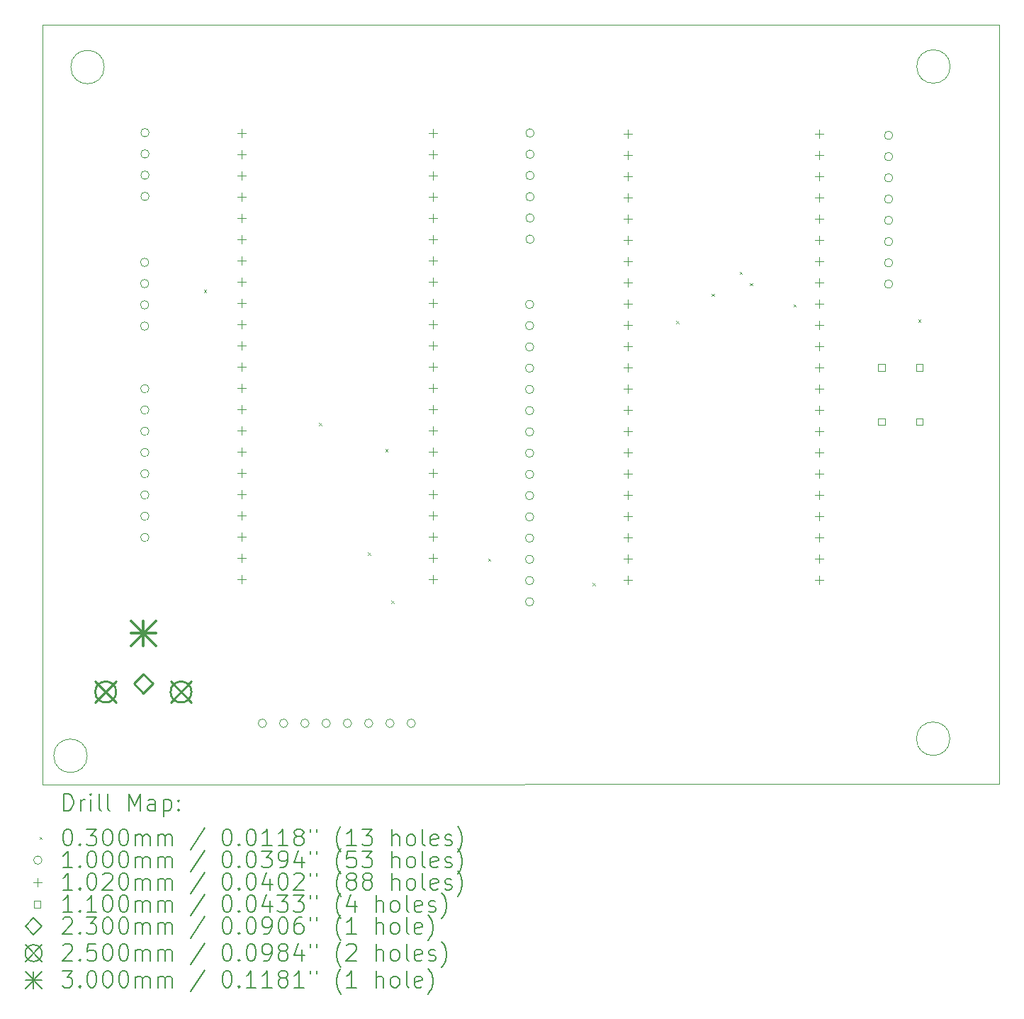
<source format=gbr>
%TF.GenerationSoftware,KiCad,Pcbnew,9.0.3*%
%TF.CreationDate,2025-07-31T09:13:29-06:00*%
%TF.ProjectId,ARC-210-ESP32S3-Board,4152432d-3231-4302-9d45-535033325333,rev?*%
%TF.SameCoordinates,Original*%
%TF.FileFunction,Drillmap*%
%TF.FilePolarity,Positive*%
%FSLAX45Y45*%
G04 Gerber Fmt 4.5, Leading zero omitted, Abs format (unit mm)*
G04 Created by KiCad (PCBNEW 9.0.3) date 2025-07-31 09:13:29*
%MOMM*%
%LPD*%
G01*
G04 APERTURE LIST*
%ADD10C,0.050000*%
%ADD11C,0.200000*%
%ADD12C,0.100000*%
%ADD13C,0.102000*%
%ADD14C,0.110000*%
%ADD15C,0.230000*%
%ADD16C,0.250000*%
%ADD17C,0.300000*%
G04 APERTURE END LIST*
D10*
X22764000Y-12043000D02*
G75*
G02*
X22364000Y-12043000I-200000J0D01*
G01*
X22364000Y-12043000D02*
G75*
G02*
X22764000Y-12043000I200000J0D01*
G01*
X12457000Y-12247000D02*
G75*
G02*
X12057000Y-12247000I-200000J0D01*
G01*
X12057000Y-12247000D02*
G75*
G02*
X12457000Y-12247000I200000J0D01*
G01*
X12661000Y-4012000D02*
G75*
G02*
X12261000Y-4012000I-200000J0D01*
G01*
X12261000Y-4012000D02*
G75*
G02*
X12661000Y-4012000I200000J0D01*
G01*
X22767000Y-4006000D02*
G75*
G02*
X22367000Y-4006000I-200000J0D01*
G01*
X22367000Y-4006000D02*
G75*
G02*
X22767000Y-4006000I200000J0D01*
G01*
X23357000Y-3507000D02*
X11919000Y-3505000D01*
X23356000Y-12587000D02*
X23357000Y-3507000D01*
X11919000Y-12588000D02*
X23356000Y-12587000D01*
X11919000Y-3505000D02*
X11919000Y-12588000D01*
D11*
D12*
X13850000Y-6675000D02*
X13880000Y-6705000D01*
X13880000Y-6675000D02*
X13850000Y-6705000D01*
X15228000Y-8266000D02*
X15258000Y-8296000D01*
X15258000Y-8266000D02*
X15228000Y-8296000D01*
X15811000Y-9817000D02*
X15841000Y-9847000D01*
X15841000Y-9817000D02*
X15811000Y-9847000D01*
X16018000Y-8582000D02*
X16048000Y-8612000D01*
X16048000Y-8582000D02*
X16018000Y-8612000D01*
X16089000Y-10391000D02*
X16119000Y-10421000D01*
X16119000Y-10391000D02*
X16089000Y-10421000D01*
X17246000Y-9887000D02*
X17276000Y-9917000D01*
X17276000Y-9887000D02*
X17246000Y-9917000D01*
X18497000Y-10179000D02*
X18527000Y-10209000D01*
X18527000Y-10179000D02*
X18497000Y-10209000D01*
X19492000Y-7047000D02*
X19522000Y-7077000D01*
X19522000Y-7047000D02*
X19492000Y-7077000D01*
X19918000Y-6724000D02*
X19948000Y-6754000D01*
X19948000Y-6724000D02*
X19918000Y-6754000D01*
X20253000Y-6460000D02*
X20283000Y-6490000D01*
X20283000Y-6460000D02*
X20253000Y-6490000D01*
X20376000Y-6595000D02*
X20406000Y-6625000D01*
X20406000Y-6595000D02*
X20376000Y-6625000D01*
X20894000Y-6848000D02*
X20924000Y-6878000D01*
X20924000Y-6848000D02*
X20894000Y-6878000D01*
X22384000Y-7030000D02*
X22414000Y-7060000D01*
X22414000Y-7030000D02*
X22384000Y-7060000D01*
X13193000Y-6347000D02*
G75*
G02*
X13093000Y-6347000I-50000J0D01*
G01*
X13093000Y-6347000D02*
G75*
G02*
X13193000Y-6347000I50000J0D01*
G01*
X13193000Y-6601000D02*
G75*
G02*
X13093000Y-6601000I-50000J0D01*
G01*
X13093000Y-6601000D02*
G75*
G02*
X13193000Y-6601000I50000J0D01*
G01*
X13193000Y-6855000D02*
G75*
G02*
X13093000Y-6855000I-50000J0D01*
G01*
X13093000Y-6855000D02*
G75*
G02*
X13193000Y-6855000I50000J0D01*
G01*
X13193000Y-7109000D02*
G75*
G02*
X13093000Y-7109000I-50000J0D01*
G01*
X13093000Y-7109000D02*
G75*
G02*
X13193000Y-7109000I50000J0D01*
G01*
X13195000Y-7858000D02*
G75*
G02*
X13095000Y-7858000I-50000J0D01*
G01*
X13095000Y-7858000D02*
G75*
G02*
X13195000Y-7858000I50000J0D01*
G01*
X13195000Y-8112000D02*
G75*
G02*
X13095000Y-8112000I-50000J0D01*
G01*
X13095000Y-8112000D02*
G75*
G02*
X13195000Y-8112000I50000J0D01*
G01*
X13195000Y-8366000D02*
G75*
G02*
X13095000Y-8366000I-50000J0D01*
G01*
X13095000Y-8366000D02*
G75*
G02*
X13195000Y-8366000I50000J0D01*
G01*
X13195000Y-8620000D02*
G75*
G02*
X13095000Y-8620000I-50000J0D01*
G01*
X13095000Y-8620000D02*
G75*
G02*
X13195000Y-8620000I50000J0D01*
G01*
X13195000Y-8874000D02*
G75*
G02*
X13095000Y-8874000I-50000J0D01*
G01*
X13095000Y-8874000D02*
G75*
G02*
X13195000Y-8874000I50000J0D01*
G01*
X13195000Y-9128000D02*
G75*
G02*
X13095000Y-9128000I-50000J0D01*
G01*
X13095000Y-9128000D02*
G75*
G02*
X13195000Y-9128000I50000J0D01*
G01*
X13195000Y-9382000D02*
G75*
G02*
X13095000Y-9382000I-50000J0D01*
G01*
X13095000Y-9382000D02*
G75*
G02*
X13195000Y-9382000I50000J0D01*
G01*
X13195000Y-9636000D02*
G75*
G02*
X13095000Y-9636000I-50000J0D01*
G01*
X13095000Y-9636000D02*
G75*
G02*
X13195000Y-9636000I50000J0D01*
G01*
X13197000Y-4797000D02*
G75*
G02*
X13097000Y-4797000I-50000J0D01*
G01*
X13097000Y-4797000D02*
G75*
G02*
X13197000Y-4797000I50000J0D01*
G01*
X13197000Y-5051000D02*
G75*
G02*
X13097000Y-5051000I-50000J0D01*
G01*
X13097000Y-5051000D02*
G75*
G02*
X13197000Y-5051000I50000J0D01*
G01*
X13197000Y-5305000D02*
G75*
G02*
X13097000Y-5305000I-50000J0D01*
G01*
X13097000Y-5305000D02*
G75*
G02*
X13197000Y-5305000I50000J0D01*
G01*
X13197000Y-5559000D02*
G75*
G02*
X13097000Y-5559000I-50000J0D01*
G01*
X13097000Y-5559000D02*
G75*
G02*
X13197000Y-5559000I50000J0D01*
G01*
X14600000Y-11859000D02*
G75*
G02*
X14500000Y-11859000I-50000J0D01*
G01*
X14500000Y-11859000D02*
G75*
G02*
X14600000Y-11859000I50000J0D01*
G01*
X14854000Y-11859000D02*
G75*
G02*
X14754000Y-11859000I-50000J0D01*
G01*
X14754000Y-11859000D02*
G75*
G02*
X14854000Y-11859000I50000J0D01*
G01*
X15108000Y-11859000D02*
G75*
G02*
X15008000Y-11859000I-50000J0D01*
G01*
X15008000Y-11859000D02*
G75*
G02*
X15108000Y-11859000I50000J0D01*
G01*
X15362000Y-11859000D02*
G75*
G02*
X15262000Y-11859000I-50000J0D01*
G01*
X15262000Y-11859000D02*
G75*
G02*
X15362000Y-11859000I50000J0D01*
G01*
X15616000Y-11859000D02*
G75*
G02*
X15516000Y-11859000I-50000J0D01*
G01*
X15516000Y-11859000D02*
G75*
G02*
X15616000Y-11859000I50000J0D01*
G01*
X15870000Y-11859000D02*
G75*
G02*
X15770000Y-11859000I-50000J0D01*
G01*
X15770000Y-11859000D02*
G75*
G02*
X15870000Y-11859000I50000J0D01*
G01*
X16124000Y-11859000D02*
G75*
G02*
X16024000Y-11859000I-50000J0D01*
G01*
X16024000Y-11859000D02*
G75*
G02*
X16124000Y-11859000I50000J0D01*
G01*
X16378000Y-11859000D02*
G75*
G02*
X16278000Y-11859000I-50000J0D01*
G01*
X16278000Y-11859000D02*
G75*
G02*
X16378000Y-11859000I50000J0D01*
G01*
X17792000Y-6850000D02*
G75*
G02*
X17692000Y-6850000I-50000J0D01*
G01*
X17692000Y-6850000D02*
G75*
G02*
X17792000Y-6850000I50000J0D01*
G01*
X17792000Y-7104000D02*
G75*
G02*
X17692000Y-7104000I-50000J0D01*
G01*
X17692000Y-7104000D02*
G75*
G02*
X17792000Y-7104000I50000J0D01*
G01*
X17792000Y-7358000D02*
G75*
G02*
X17692000Y-7358000I-50000J0D01*
G01*
X17692000Y-7358000D02*
G75*
G02*
X17792000Y-7358000I50000J0D01*
G01*
X17792000Y-7612000D02*
G75*
G02*
X17692000Y-7612000I-50000J0D01*
G01*
X17692000Y-7612000D02*
G75*
G02*
X17792000Y-7612000I50000J0D01*
G01*
X17792000Y-7866000D02*
G75*
G02*
X17692000Y-7866000I-50000J0D01*
G01*
X17692000Y-7866000D02*
G75*
G02*
X17792000Y-7866000I50000J0D01*
G01*
X17792000Y-8120000D02*
G75*
G02*
X17692000Y-8120000I-50000J0D01*
G01*
X17692000Y-8120000D02*
G75*
G02*
X17792000Y-8120000I50000J0D01*
G01*
X17792000Y-8374000D02*
G75*
G02*
X17692000Y-8374000I-50000J0D01*
G01*
X17692000Y-8374000D02*
G75*
G02*
X17792000Y-8374000I50000J0D01*
G01*
X17792000Y-8628000D02*
G75*
G02*
X17692000Y-8628000I-50000J0D01*
G01*
X17692000Y-8628000D02*
G75*
G02*
X17792000Y-8628000I50000J0D01*
G01*
X17792000Y-8882000D02*
G75*
G02*
X17692000Y-8882000I-50000J0D01*
G01*
X17692000Y-8882000D02*
G75*
G02*
X17792000Y-8882000I50000J0D01*
G01*
X17792000Y-9136000D02*
G75*
G02*
X17692000Y-9136000I-50000J0D01*
G01*
X17692000Y-9136000D02*
G75*
G02*
X17792000Y-9136000I50000J0D01*
G01*
X17792000Y-9390000D02*
G75*
G02*
X17692000Y-9390000I-50000J0D01*
G01*
X17692000Y-9390000D02*
G75*
G02*
X17792000Y-9390000I50000J0D01*
G01*
X17792000Y-9644000D02*
G75*
G02*
X17692000Y-9644000I-50000J0D01*
G01*
X17692000Y-9644000D02*
G75*
G02*
X17792000Y-9644000I50000J0D01*
G01*
X17792000Y-9898000D02*
G75*
G02*
X17692000Y-9898000I-50000J0D01*
G01*
X17692000Y-9898000D02*
G75*
G02*
X17792000Y-9898000I50000J0D01*
G01*
X17792000Y-10152000D02*
G75*
G02*
X17692000Y-10152000I-50000J0D01*
G01*
X17692000Y-10152000D02*
G75*
G02*
X17792000Y-10152000I50000J0D01*
G01*
X17792000Y-10406000D02*
G75*
G02*
X17692000Y-10406000I-50000J0D01*
G01*
X17692000Y-10406000D02*
G75*
G02*
X17792000Y-10406000I50000J0D01*
G01*
X17797000Y-4800000D02*
G75*
G02*
X17697000Y-4800000I-50000J0D01*
G01*
X17697000Y-4800000D02*
G75*
G02*
X17797000Y-4800000I50000J0D01*
G01*
X17797000Y-5054000D02*
G75*
G02*
X17697000Y-5054000I-50000J0D01*
G01*
X17697000Y-5054000D02*
G75*
G02*
X17797000Y-5054000I50000J0D01*
G01*
X17797000Y-5308000D02*
G75*
G02*
X17697000Y-5308000I-50000J0D01*
G01*
X17697000Y-5308000D02*
G75*
G02*
X17797000Y-5308000I50000J0D01*
G01*
X17797000Y-5562000D02*
G75*
G02*
X17697000Y-5562000I-50000J0D01*
G01*
X17697000Y-5562000D02*
G75*
G02*
X17797000Y-5562000I50000J0D01*
G01*
X17797000Y-5816000D02*
G75*
G02*
X17697000Y-5816000I-50000J0D01*
G01*
X17697000Y-5816000D02*
G75*
G02*
X17797000Y-5816000I50000J0D01*
G01*
X17797000Y-6070000D02*
G75*
G02*
X17697000Y-6070000I-50000J0D01*
G01*
X17697000Y-6070000D02*
G75*
G02*
X17797000Y-6070000I50000J0D01*
G01*
X22081000Y-4829000D02*
G75*
G02*
X21981000Y-4829000I-50000J0D01*
G01*
X21981000Y-4829000D02*
G75*
G02*
X22081000Y-4829000I50000J0D01*
G01*
X22081000Y-5083000D02*
G75*
G02*
X21981000Y-5083000I-50000J0D01*
G01*
X21981000Y-5083000D02*
G75*
G02*
X22081000Y-5083000I50000J0D01*
G01*
X22081000Y-5337000D02*
G75*
G02*
X21981000Y-5337000I-50000J0D01*
G01*
X21981000Y-5337000D02*
G75*
G02*
X22081000Y-5337000I50000J0D01*
G01*
X22081000Y-5591000D02*
G75*
G02*
X21981000Y-5591000I-50000J0D01*
G01*
X21981000Y-5591000D02*
G75*
G02*
X22081000Y-5591000I50000J0D01*
G01*
X22081000Y-5845000D02*
G75*
G02*
X21981000Y-5845000I-50000J0D01*
G01*
X21981000Y-5845000D02*
G75*
G02*
X22081000Y-5845000I50000J0D01*
G01*
X22081000Y-6099000D02*
G75*
G02*
X21981000Y-6099000I-50000J0D01*
G01*
X21981000Y-6099000D02*
G75*
G02*
X22081000Y-6099000I50000J0D01*
G01*
X22081000Y-6353000D02*
G75*
G02*
X21981000Y-6353000I-50000J0D01*
G01*
X21981000Y-6353000D02*
G75*
G02*
X22081000Y-6353000I50000J0D01*
G01*
X22081000Y-6607000D02*
G75*
G02*
X21981000Y-6607000I-50000J0D01*
G01*
X21981000Y-6607000D02*
G75*
G02*
X22081000Y-6607000I50000J0D01*
G01*
D13*
X14303000Y-4755000D02*
X14303000Y-4857000D01*
X14252000Y-4806000D02*
X14354000Y-4806000D01*
X14303000Y-5009000D02*
X14303000Y-5111000D01*
X14252000Y-5060000D02*
X14354000Y-5060000D01*
X14303000Y-5263000D02*
X14303000Y-5365000D01*
X14252000Y-5314000D02*
X14354000Y-5314000D01*
X14303000Y-5517000D02*
X14303000Y-5619000D01*
X14252000Y-5568000D02*
X14354000Y-5568000D01*
X14303000Y-5771000D02*
X14303000Y-5873000D01*
X14252000Y-5822000D02*
X14354000Y-5822000D01*
X14303000Y-6025000D02*
X14303000Y-6127000D01*
X14252000Y-6076000D02*
X14354000Y-6076000D01*
X14303000Y-6279000D02*
X14303000Y-6381000D01*
X14252000Y-6330000D02*
X14354000Y-6330000D01*
X14303000Y-6533000D02*
X14303000Y-6635000D01*
X14252000Y-6584000D02*
X14354000Y-6584000D01*
X14303000Y-6787000D02*
X14303000Y-6889000D01*
X14252000Y-6838000D02*
X14354000Y-6838000D01*
X14303000Y-7041000D02*
X14303000Y-7143000D01*
X14252000Y-7092000D02*
X14354000Y-7092000D01*
X14303000Y-7295000D02*
X14303000Y-7397000D01*
X14252000Y-7346000D02*
X14354000Y-7346000D01*
X14303000Y-7549000D02*
X14303000Y-7651000D01*
X14252000Y-7600000D02*
X14354000Y-7600000D01*
X14303000Y-7803000D02*
X14303000Y-7905000D01*
X14252000Y-7854000D02*
X14354000Y-7854000D01*
X14303000Y-8057000D02*
X14303000Y-8159000D01*
X14252000Y-8108000D02*
X14354000Y-8108000D01*
X14303000Y-8311000D02*
X14303000Y-8413000D01*
X14252000Y-8362000D02*
X14354000Y-8362000D01*
X14303000Y-8565000D02*
X14303000Y-8667000D01*
X14252000Y-8616000D02*
X14354000Y-8616000D01*
X14303000Y-8819000D02*
X14303000Y-8921000D01*
X14252000Y-8870000D02*
X14354000Y-8870000D01*
X14303000Y-9073000D02*
X14303000Y-9175000D01*
X14252000Y-9124000D02*
X14354000Y-9124000D01*
X14303000Y-9327000D02*
X14303000Y-9429000D01*
X14252000Y-9378000D02*
X14354000Y-9378000D01*
X14303000Y-9581000D02*
X14303000Y-9683000D01*
X14252000Y-9632000D02*
X14354000Y-9632000D01*
X14303000Y-9835000D02*
X14303000Y-9937000D01*
X14252000Y-9886000D02*
X14354000Y-9886000D01*
X14303000Y-10089000D02*
X14303000Y-10191000D01*
X14252000Y-10140000D02*
X14354000Y-10140000D01*
X16589000Y-4755000D02*
X16589000Y-4857000D01*
X16538000Y-4806000D02*
X16640000Y-4806000D01*
X16589000Y-5009000D02*
X16589000Y-5111000D01*
X16538000Y-5060000D02*
X16640000Y-5060000D01*
X16589000Y-5263000D02*
X16589000Y-5365000D01*
X16538000Y-5314000D02*
X16640000Y-5314000D01*
X16589000Y-5517000D02*
X16589000Y-5619000D01*
X16538000Y-5568000D02*
X16640000Y-5568000D01*
X16589000Y-5771000D02*
X16589000Y-5873000D01*
X16538000Y-5822000D02*
X16640000Y-5822000D01*
X16589000Y-6025000D02*
X16589000Y-6127000D01*
X16538000Y-6076000D02*
X16640000Y-6076000D01*
X16589000Y-6279000D02*
X16589000Y-6381000D01*
X16538000Y-6330000D02*
X16640000Y-6330000D01*
X16589000Y-6533000D02*
X16589000Y-6635000D01*
X16538000Y-6584000D02*
X16640000Y-6584000D01*
X16589000Y-6787000D02*
X16589000Y-6889000D01*
X16538000Y-6838000D02*
X16640000Y-6838000D01*
X16589000Y-7041000D02*
X16589000Y-7143000D01*
X16538000Y-7092000D02*
X16640000Y-7092000D01*
X16589000Y-7295000D02*
X16589000Y-7397000D01*
X16538000Y-7346000D02*
X16640000Y-7346000D01*
X16589000Y-7549000D02*
X16589000Y-7651000D01*
X16538000Y-7600000D02*
X16640000Y-7600000D01*
X16589000Y-7803000D02*
X16589000Y-7905000D01*
X16538000Y-7854000D02*
X16640000Y-7854000D01*
X16589000Y-8057000D02*
X16589000Y-8159000D01*
X16538000Y-8108000D02*
X16640000Y-8108000D01*
X16589000Y-8311000D02*
X16589000Y-8413000D01*
X16538000Y-8362000D02*
X16640000Y-8362000D01*
X16589000Y-8565000D02*
X16589000Y-8667000D01*
X16538000Y-8616000D02*
X16640000Y-8616000D01*
X16589000Y-8819000D02*
X16589000Y-8921000D01*
X16538000Y-8870000D02*
X16640000Y-8870000D01*
X16589000Y-9073000D02*
X16589000Y-9175000D01*
X16538000Y-9124000D02*
X16640000Y-9124000D01*
X16589000Y-9327000D02*
X16589000Y-9429000D01*
X16538000Y-9378000D02*
X16640000Y-9378000D01*
X16589000Y-9581000D02*
X16589000Y-9683000D01*
X16538000Y-9632000D02*
X16640000Y-9632000D01*
X16589000Y-9835000D02*
X16589000Y-9937000D01*
X16538000Y-9886000D02*
X16640000Y-9886000D01*
X16589000Y-10089000D02*
X16589000Y-10191000D01*
X16538000Y-10140000D02*
X16640000Y-10140000D01*
X18917000Y-4759000D02*
X18917000Y-4861000D01*
X18866000Y-4810000D02*
X18968000Y-4810000D01*
X18917000Y-5013000D02*
X18917000Y-5115000D01*
X18866000Y-5064000D02*
X18968000Y-5064000D01*
X18917000Y-5267000D02*
X18917000Y-5369000D01*
X18866000Y-5318000D02*
X18968000Y-5318000D01*
X18917000Y-5521000D02*
X18917000Y-5623000D01*
X18866000Y-5572000D02*
X18968000Y-5572000D01*
X18917000Y-5775000D02*
X18917000Y-5877000D01*
X18866000Y-5826000D02*
X18968000Y-5826000D01*
X18917000Y-6029000D02*
X18917000Y-6131000D01*
X18866000Y-6080000D02*
X18968000Y-6080000D01*
X18917000Y-6283000D02*
X18917000Y-6385000D01*
X18866000Y-6334000D02*
X18968000Y-6334000D01*
X18917000Y-6537000D02*
X18917000Y-6639000D01*
X18866000Y-6588000D02*
X18968000Y-6588000D01*
X18917000Y-6791000D02*
X18917000Y-6893000D01*
X18866000Y-6842000D02*
X18968000Y-6842000D01*
X18917000Y-7045000D02*
X18917000Y-7147000D01*
X18866000Y-7096000D02*
X18968000Y-7096000D01*
X18917000Y-7299000D02*
X18917000Y-7401000D01*
X18866000Y-7350000D02*
X18968000Y-7350000D01*
X18917000Y-7553000D02*
X18917000Y-7655000D01*
X18866000Y-7604000D02*
X18968000Y-7604000D01*
X18917000Y-7807000D02*
X18917000Y-7909000D01*
X18866000Y-7858000D02*
X18968000Y-7858000D01*
X18917000Y-8061000D02*
X18917000Y-8163000D01*
X18866000Y-8112000D02*
X18968000Y-8112000D01*
X18917000Y-8315000D02*
X18917000Y-8417000D01*
X18866000Y-8366000D02*
X18968000Y-8366000D01*
X18917000Y-8569000D02*
X18917000Y-8671000D01*
X18866000Y-8620000D02*
X18968000Y-8620000D01*
X18917000Y-8823000D02*
X18917000Y-8925000D01*
X18866000Y-8874000D02*
X18968000Y-8874000D01*
X18917000Y-9077000D02*
X18917000Y-9179000D01*
X18866000Y-9128000D02*
X18968000Y-9128000D01*
X18917000Y-9331000D02*
X18917000Y-9433000D01*
X18866000Y-9382000D02*
X18968000Y-9382000D01*
X18917000Y-9585000D02*
X18917000Y-9687000D01*
X18866000Y-9636000D02*
X18968000Y-9636000D01*
X18917000Y-9839000D02*
X18917000Y-9941000D01*
X18866000Y-9890000D02*
X18968000Y-9890000D01*
X18917000Y-10093000D02*
X18917000Y-10195000D01*
X18866000Y-10144000D02*
X18968000Y-10144000D01*
X21203000Y-4759000D02*
X21203000Y-4861000D01*
X21152000Y-4810000D02*
X21254000Y-4810000D01*
X21203000Y-5013000D02*
X21203000Y-5115000D01*
X21152000Y-5064000D02*
X21254000Y-5064000D01*
X21203000Y-5267000D02*
X21203000Y-5369000D01*
X21152000Y-5318000D02*
X21254000Y-5318000D01*
X21203000Y-5521000D02*
X21203000Y-5623000D01*
X21152000Y-5572000D02*
X21254000Y-5572000D01*
X21203000Y-5775000D02*
X21203000Y-5877000D01*
X21152000Y-5826000D02*
X21254000Y-5826000D01*
X21203000Y-6029000D02*
X21203000Y-6131000D01*
X21152000Y-6080000D02*
X21254000Y-6080000D01*
X21203000Y-6283000D02*
X21203000Y-6385000D01*
X21152000Y-6334000D02*
X21254000Y-6334000D01*
X21203000Y-6537000D02*
X21203000Y-6639000D01*
X21152000Y-6588000D02*
X21254000Y-6588000D01*
X21203000Y-6791000D02*
X21203000Y-6893000D01*
X21152000Y-6842000D02*
X21254000Y-6842000D01*
X21203000Y-7045000D02*
X21203000Y-7147000D01*
X21152000Y-7096000D02*
X21254000Y-7096000D01*
X21203000Y-7299000D02*
X21203000Y-7401000D01*
X21152000Y-7350000D02*
X21254000Y-7350000D01*
X21203000Y-7553000D02*
X21203000Y-7655000D01*
X21152000Y-7604000D02*
X21254000Y-7604000D01*
X21203000Y-7807000D02*
X21203000Y-7909000D01*
X21152000Y-7858000D02*
X21254000Y-7858000D01*
X21203000Y-8061000D02*
X21203000Y-8163000D01*
X21152000Y-8112000D02*
X21254000Y-8112000D01*
X21203000Y-8315000D02*
X21203000Y-8417000D01*
X21152000Y-8366000D02*
X21254000Y-8366000D01*
X21203000Y-8569000D02*
X21203000Y-8671000D01*
X21152000Y-8620000D02*
X21254000Y-8620000D01*
X21203000Y-8823000D02*
X21203000Y-8925000D01*
X21152000Y-8874000D02*
X21254000Y-8874000D01*
X21203000Y-9077000D02*
X21203000Y-9179000D01*
X21152000Y-9128000D02*
X21254000Y-9128000D01*
X21203000Y-9331000D02*
X21203000Y-9433000D01*
X21152000Y-9382000D02*
X21254000Y-9382000D01*
X21203000Y-9585000D02*
X21203000Y-9687000D01*
X21152000Y-9636000D02*
X21254000Y-9636000D01*
X21203000Y-9839000D02*
X21203000Y-9941000D01*
X21152000Y-9890000D02*
X21254000Y-9890000D01*
X21203000Y-10093000D02*
X21203000Y-10195000D01*
X21152000Y-10144000D02*
X21254000Y-10144000D01*
D14*
X21986891Y-7643891D02*
X21986891Y-7566109D01*
X21909109Y-7566109D01*
X21909109Y-7643891D01*
X21986891Y-7643891D01*
X21986891Y-8293891D02*
X21986891Y-8216109D01*
X21909109Y-8216109D01*
X21909109Y-8293891D01*
X21986891Y-8293891D01*
X22436891Y-7643891D02*
X22436891Y-7566109D01*
X22359109Y-7566109D01*
X22359109Y-7643891D01*
X22436891Y-7643891D01*
X22436891Y-8293891D02*
X22436891Y-8216109D01*
X22359109Y-8216109D01*
X22359109Y-8293891D01*
X22436891Y-8293891D01*
D15*
X13128000Y-11499000D02*
X13243000Y-11384000D01*
X13128000Y-11269000D01*
X13013000Y-11384000D01*
X13128000Y-11499000D01*
D16*
X12553000Y-11359000D02*
X12803000Y-11609000D01*
X12803000Y-11359000D02*
X12553000Y-11609000D01*
X12803000Y-11484000D02*
G75*
G02*
X12553000Y-11484000I-125000J0D01*
G01*
X12553000Y-11484000D02*
G75*
G02*
X12803000Y-11484000I125000J0D01*
G01*
X13453000Y-11359000D02*
X13703000Y-11609000D01*
X13703000Y-11359000D02*
X13453000Y-11609000D01*
X13703000Y-11484000D02*
G75*
G02*
X13453000Y-11484000I-125000J0D01*
G01*
X13453000Y-11484000D02*
G75*
G02*
X13703000Y-11484000I125000J0D01*
G01*
D17*
X12978000Y-10634000D02*
X13278000Y-10934000D01*
X13278000Y-10634000D02*
X12978000Y-10934000D01*
X13128000Y-10634000D02*
X13128000Y-10934000D01*
X12978000Y-10784000D02*
X13278000Y-10784000D01*
D11*
X12177277Y-12901984D02*
X12177277Y-12701984D01*
X12177277Y-12701984D02*
X12224896Y-12701984D01*
X12224896Y-12701984D02*
X12253467Y-12711508D01*
X12253467Y-12711508D02*
X12272515Y-12730555D01*
X12272515Y-12730555D02*
X12282039Y-12749603D01*
X12282039Y-12749603D02*
X12291562Y-12787698D01*
X12291562Y-12787698D02*
X12291562Y-12816269D01*
X12291562Y-12816269D02*
X12282039Y-12854365D01*
X12282039Y-12854365D02*
X12272515Y-12873412D01*
X12272515Y-12873412D02*
X12253467Y-12892460D01*
X12253467Y-12892460D02*
X12224896Y-12901984D01*
X12224896Y-12901984D02*
X12177277Y-12901984D01*
X12377277Y-12901984D02*
X12377277Y-12768650D01*
X12377277Y-12806746D02*
X12386801Y-12787698D01*
X12386801Y-12787698D02*
X12396324Y-12778174D01*
X12396324Y-12778174D02*
X12415372Y-12768650D01*
X12415372Y-12768650D02*
X12434420Y-12768650D01*
X12501086Y-12901984D02*
X12501086Y-12768650D01*
X12501086Y-12701984D02*
X12491562Y-12711508D01*
X12491562Y-12711508D02*
X12501086Y-12721031D01*
X12501086Y-12721031D02*
X12510610Y-12711508D01*
X12510610Y-12711508D02*
X12501086Y-12701984D01*
X12501086Y-12701984D02*
X12501086Y-12721031D01*
X12624896Y-12901984D02*
X12605848Y-12892460D01*
X12605848Y-12892460D02*
X12596324Y-12873412D01*
X12596324Y-12873412D02*
X12596324Y-12701984D01*
X12729658Y-12901984D02*
X12710610Y-12892460D01*
X12710610Y-12892460D02*
X12701086Y-12873412D01*
X12701086Y-12873412D02*
X12701086Y-12701984D01*
X12958229Y-12901984D02*
X12958229Y-12701984D01*
X12958229Y-12701984D02*
X13024896Y-12844841D01*
X13024896Y-12844841D02*
X13091562Y-12701984D01*
X13091562Y-12701984D02*
X13091562Y-12901984D01*
X13272515Y-12901984D02*
X13272515Y-12797222D01*
X13272515Y-12797222D02*
X13262991Y-12778174D01*
X13262991Y-12778174D02*
X13243943Y-12768650D01*
X13243943Y-12768650D02*
X13205848Y-12768650D01*
X13205848Y-12768650D02*
X13186801Y-12778174D01*
X13272515Y-12892460D02*
X13253467Y-12901984D01*
X13253467Y-12901984D02*
X13205848Y-12901984D01*
X13205848Y-12901984D02*
X13186801Y-12892460D01*
X13186801Y-12892460D02*
X13177277Y-12873412D01*
X13177277Y-12873412D02*
X13177277Y-12854365D01*
X13177277Y-12854365D02*
X13186801Y-12835317D01*
X13186801Y-12835317D02*
X13205848Y-12825793D01*
X13205848Y-12825793D02*
X13253467Y-12825793D01*
X13253467Y-12825793D02*
X13272515Y-12816269D01*
X13367753Y-12768650D02*
X13367753Y-12968650D01*
X13367753Y-12778174D02*
X13386801Y-12768650D01*
X13386801Y-12768650D02*
X13424896Y-12768650D01*
X13424896Y-12768650D02*
X13443943Y-12778174D01*
X13443943Y-12778174D02*
X13453467Y-12787698D01*
X13453467Y-12787698D02*
X13462991Y-12806746D01*
X13462991Y-12806746D02*
X13462991Y-12863888D01*
X13462991Y-12863888D02*
X13453467Y-12882936D01*
X13453467Y-12882936D02*
X13443943Y-12892460D01*
X13443943Y-12892460D02*
X13424896Y-12901984D01*
X13424896Y-12901984D02*
X13386801Y-12901984D01*
X13386801Y-12901984D02*
X13367753Y-12892460D01*
X13548705Y-12882936D02*
X13558229Y-12892460D01*
X13558229Y-12892460D02*
X13548705Y-12901984D01*
X13548705Y-12901984D02*
X13539182Y-12892460D01*
X13539182Y-12892460D02*
X13548705Y-12882936D01*
X13548705Y-12882936D02*
X13548705Y-12901984D01*
X13548705Y-12778174D02*
X13558229Y-12787698D01*
X13558229Y-12787698D02*
X13548705Y-12797222D01*
X13548705Y-12797222D02*
X13539182Y-12787698D01*
X13539182Y-12787698D02*
X13548705Y-12778174D01*
X13548705Y-12778174D02*
X13548705Y-12797222D01*
D12*
X11886500Y-13215500D02*
X11916500Y-13245500D01*
X11916500Y-13215500D02*
X11886500Y-13245500D01*
D11*
X12215372Y-13121984D02*
X12234420Y-13121984D01*
X12234420Y-13121984D02*
X12253467Y-13131508D01*
X12253467Y-13131508D02*
X12262991Y-13141031D01*
X12262991Y-13141031D02*
X12272515Y-13160079D01*
X12272515Y-13160079D02*
X12282039Y-13198174D01*
X12282039Y-13198174D02*
X12282039Y-13245793D01*
X12282039Y-13245793D02*
X12272515Y-13283888D01*
X12272515Y-13283888D02*
X12262991Y-13302936D01*
X12262991Y-13302936D02*
X12253467Y-13312460D01*
X12253467Y-13312460D02*
X12234420Y-13321984D01*
X12234420Y-13321984D02*
X12215372Y-13321984D01*
X12215372Y-13321984D02*
X12196324Y-13312460D01*
X12196324Y-13312460D02*
X12186801Y-13302936D01*
X12186801Y-13302936D02*
X12177277Y-13283888D01*
X12177277Y-13283888D02*
X12167753Y-13245793D01*
X12167753Y-13245793D02*
X12167753Y-13198174D01*
X12167753Y-13198174D02*
X12177277Y-13160079D01*
X12177277Y-13160079D02*
X12186801Y-13141031D01*
X12186801Y-13141031D02*
X12196324Y-13131508D01*
X12196324Y-13131508D02*
X12215372Y-13121984D01*
X12367753Y-13302936D02*
X12377277Y-13312460D01*
X12377277Y-13312460D02*
X12367753Y-13321984D01*
X12367753Y-13321984D02*
X12358229Y-13312460D01*
X12358229Y-13312460D02*
X12367753Y-13302936D01*
X12367753Y-13302936D02*
X12367753Y-13321984D01*
X12443943Y-13121984D02*
X12567753Y-13121984D01*
X12567753Y-13121984D02*
X12501086Y-13198174D01*
X12501086Y-13198174D02*
X12529658Y-13198174D01*
X12529658Y-13198174D02*
X12548705Y-13207698D01*
X12548705Y-13207698D02*
X12558229Y-13217222D01*
X12558229Y-13217222D02*
X12567753Y-13236269D01*
X12567753Y-13236269D02*
X12567753Y-13283888D01*
X12567753Y-13283888D02*
X12558229Y-13302936D01*
X12558229Y-13302936D02*
X12548705Y-13312460D01*
X12548705Y-13312460D02*
X12529658Y-13321984D01*
X12529658Y-13321984D02*
X12472515Y-13321984D01*
X12472515Y-13321984D02*
X12453467Y-13312460D01*
X12453467Y-13312460D02*
X12443943Y-13302936D01*
X12691562Y-13121984D02*
X12710610Y-13121984D01*
X12710610Y-13121984D02*
X12729658Y-13131508D01*
X12729658Y-13131508D02*
X12739182Y-13141031D01*
X12739182Y-13141031D02*
X12748705Y-13160079D01*
X12748705Y-13160079D02*
X12758229Y-13198174D01*
X12758229Y-13198174D02*
X12758229Y-13245793D01*
X12758229Y-13245793D02*
X12748705Y-13283888D01*
X12748705Y-13283888D02*
X12739182Y-13302936D01*
X12739182Y-13302936D02*
X12729658Y-13312460D01*
X12729658Y-13312460D02*
X12710610Y-13321984D01*
X12710610Y-13321984D02*
X12691562Y-13321984D01*
X12691562Y-13321984D02*
X12672515Y-13312460D01*
X12672515Y-13312460D02*
X12662991Y-13302936D01*
X12662991Y-13302936D02*
X12653467Y-13283888D01*
X12653467Y-13283888D02*
X12643943Y-13245793D01*
X12643943Y-13245793D02*
X12643943Y-13198174D01*
X12643943Y-13198174D02*
X12653467Y-13160079D01*
X12653467Y-13160079D02*
X12662991Y-13141031D01*
X12662991Y-13141031D02*
X12672515Y-13131508D01*
X12672515Y-13131508D02*
X12691562Y-13121984D01*
X12882039Y-13121984D02*
X12901086Y-13121984D01*
X12901086Y-13121984D02*
X12920134Y-13131508D01*
X12920134Y-13131508D02*
X12929658Y-13141031D01*
X12929658Y-13141031D02*
X12939182Y-13160079D01*
X12939182Y-13160079D02*
X12948705Y-13198174D01*
X12948705Y-13198174D02*
X12948705Y-13245793D01*
X12948705Y-13245793D02*
X12939182Y-13283888D01*
X12939182Y-13283888D02*
X12929658Y-13302936D01*
X12929658Y-13302936D02*
X12920134Y-13312460D01*
X12920134Y-13312460D02*
X12901086Y-13321984D01*
X12901086Y-13321984D02*
X12882039Y-13321984D01*
X12882039Y-13321984D02*
X12862991Y-13312460D01*
X12862991Y-13312460D02*
X12853467Y-13302936D01*
X12853467Y-13302936D02*
X12843943Y-13283888D01*
X12843943Y-13283888D02*
X12834420Y-13245793D01*
X12834420Y-13245793D02*
X12834420Y-13198174D01*
X12834420Y-13198174D02*
X12843943Y-13160079D01*
X12843943Y-13160079D02*
X12853467Y-13141031D01*
X12853467Y-13141031D02*
X12862991Y-13131508D01*
X12862991Y-13131508D02*
X12882039Y-13121984D01*
X13034420Y-13321984D02*
X13034420Y-13188650D01*
X13034420Y-13207698D02*
X13043943Y-13198174D01*
X13043943Y-13198174D02*
X13062991Y-13188650D01*
X13062991Y-13188650D02*
X13091563Y-13188650D01*
X13091563Y-13188650D02*
X13110610Y-13198174D01*
X13110610Y-13198174D02*
X13120134Y-13217222D01*
X13120134Y-13217222D02*
X13120134Y-13321984D01*
X13120134Y-13217222D02*
X13129658Y-13198174D01*
X13129658Y-13198174D02*
X13148705Y-13188650D01*
X13148705Y-13188650D02*
X13177277Y-13188650D01*
X13177277Y-13188650D02*
X13196324Y-13198174D01*
X13196324Y-13198174D02*
X13205848Y-13217222D01*
X13205848Y-13217222D02*
X13205848Y-13321984D01*
X13301086Y-13321984D02*
X13301086Y-13188650D01*
X13301086Y-13207698D02*
X13310610Y-13198174D01*
X13310610Y-13198174D02*
X13329658Y-13188650D01*
X13329658Y-13188650D02*
X13358229Y-13188650D01*
X13358229Y-13188650D02*
X13377277Y-13198174D01*
X13377277Y-13198174D02*
X13386801Y-13217222D01*
X13386801Y-13217222D02*
X13386801Y-13321984D01*
X13386801Y-13217222D02*
X13396324Y-13198174D01*
X13396324Y-13198174D02*
X13415372Y-13188650D01*
X13415372Y-13188650D02*
X13443943Y-13188650D01*
X13443943Y-13188650D02*
X13462991Y-13198174D01*
X13462991Y-13198174D02*
X13472515Y-13217222D01*
X13472515Y-13217222D02*
X13472515Y-13321984D01*
X13862991Y-13112460D02*
X13691563Y-13369603D01*
X14120134Y-13121984D02*
X14139182Y-13121984D01*
X14139182Y-13121984D02*
X14158229Y-13131508D01*
X14158229Y-13131508D02*
X14167753Y-13141031D01*
X14167753Y-13141031D02*
X14177277Y-13160079D01*
X14177277Y-13160079D02*
X14186801Y-13198174D01*
X14186801Y-13198174D02*
X14186801Y-13245793D01*
X14186801Y-13245793D02*
X14177277Y-13283888D01*
X14177277Y-13283888D02*
X14167753Y-13302936D01*
X14167753Y-13302936D02*
X14158229Y-13312460D01*
X14158229Y-13312460D02*
X14139182Y-13321984D01*
X14139182Y-13321984D02*
X14120134Y-13321984D01*
X14120134Y-13321984D02*
X14101086Y-13312460D01*
X14101086Y-13312460D02*
X14091563Y-13302936D01*
X14091563Y-13302936D02*
X14082039Y-13283888D01*
X14082039Y-13283888D02*
X14072515Y-13245793D01*
X14072515Y-13245793D02*
X14072515Y-13198174D01*
X14072515Y-13198174D02*
X14082039Y-13160079D01*
X14082039Y-13160079D02*
X14091563Y-13141031D01*
X14091563Y-13141031D02*
X14101086Y-13131508D01*
X14101086Y-13131508D02*
X14120134Y-13121984D01*
X14272515Y-13302936D02*
X14282039Y-13312460D01*
X14282039Y-13312460D02*
X14272515Y-13321984D01*
X14272515Y-13321984D02*
X14262991Y-13312460D01*
X14262991Y-13312460D02*
X14272515Y-13302936D01*
X14272515Y-13302936D02*
X14272515Y-13321984D01*
X14405848Y-13121984D02*
X14424896Y-13121984D01*
X14424896Y-13121984D02*
X14443944Y-13131508D01*
X14443944Y-13131508D02*
X14453467Y-13141031D01*
X14453467Y-13141031D02*
X14462991Y-13160079D01*
X14462991Y-13160079D02*
X14472515Y-13198174D01*
X14472515Y-13198174D02*
X14472515Y-13245793D01*
X14472515Y-13245793D02*
X14462991Y-13283888D01*
X14462991Y-13283888D02*
X14453467Y-13302936D01*
X14453467Y-13302936D02*
X14443944Y-13312460D01*
X14443944Y-13312460D02*
X14424896Y-13321984D01*
X14424896Y-13321984D02*
X14405848Y-13321984D01*
X14405848Y-13321984D02*
X14386801Y-13312460D01*
X14386801Y-13312460D02*
X14377277Y-13302936D01*
X14377277Y-13302936D02*
X14367753Y-13283888D01*
X14367753Y-13283888D02*
X14358229Y-13245793D01*
X14358229Y-13245793D02*
X14358229Y-13198174D01*
X14358229Y-13198174D02*
X14367753Y-13160079D01*
X14367753Y-13160079D02*
X14377277Y-13141031D01*
X14377277Y-13141031D02*
X14386801Y-13131508D01*
X14386801Y-13131508D02*
X14405848Y-13121984D01*
X14662991Y-13321984D02*
X14548706Y-13321984D01*
X14605848Y-13321984D02*
X14605848Y-13121984D01*
X14605848Y-13121984D02*
X14586801Y-13150555D01*
X14586801Y-13150555D02*
X14567753Y-13169603D01*
X14567753Y-13169603D02*
X14548706Y-13179127D01*
X14853467Y-13321984D02*
X14739182Y-13321984D01*
X14796325Y-13321984D02*
X14796325Y-13121984D01*
X14796325Y-13121984D02*
X14777277Y-13150555D01*
X14777277Y-13150555D02*
X14758229Y-13169603D01*
X14758229Y-13169603D02*
X14739182Y-13179127D01*
X14967753Y-13207698D02*
X14948706Y-13198174D01*
X14948706Y-13198174D02*
X14939182Y-13188650D01*
X14939182Y-13188650D02*
X14929658Y-13169603D01*
X14929658Y-13169603D02*
X14929658Y-13160079D01*
X14929658Y-13160079D02*
X14939182Y-13141031D01*
X14939182Y-13141031D02*
X14948706Y-13131508D01*
X14948706Y-13131508D02*
X14967753Y-13121984D01*
X14967753Y-13121984D02*
X15005848Y-13121984D01*
X15005848Y-13121984D02*
X15024896Y-13131508D01*
X15024896Y-13131508D02*
X15034420Y-13141031D01*
X15034420Y-13141031D02*
X15043944Y-13160079D01*
X15043944Y-13160079D02*
X15043944Y-13169603D01*
X15043944Y-13169603D02*
X15034420Y-13188650D01*
X15034420Y-13188650D02*
X15024896Y-13198174D01*
X15024896Y-13198174D02*
X15005848Y-13207698D01*
X15005848Y-13207698D02*
X14967753Y-13207698D01*
X14967753Y-13207698D02*
X14948706Y-13217222D01*
X14948706Y-13217222D02*
X14939182Y-13226746D01*
X14939182Y-13226746D02*
X14929658Y-13245793D01*
X14929658Y-13245793D02*
X14929658Y-13283888D01*
X14929658Y-13283888D02*
X14939182Y-13302936D01*
X14939182Y-13302936D02*
X14948706Y-13312460D01*
X14948706Y-13312460D02*
X14967753Y-13321984D01*
X14967753Y-13321984D02*
X15005848Y-13321984D01*
X15005848Y-13321984D02*
X15024896Y-13312460D01*
X15024896Y-13312460D02*
X15034420Y-13302936D01*
X15034420Y-13302936D02*
X15043944Y-13283888D01*
X15043944Y-13283888D02*
X15043944Y-13245793D01*
X15043944Y-13245793D02*
X15034420Y-13226746D01*
X15034420Y-13226746D02*
X15024896Y-13217222D01*
X15024896Y-13217222D02*
X15005848Y-13207698D01*
X15120134Y-13121984D02*
X15120134Y-13160079D01*
X15196325Y-13121984D02*
X15196325Y-13160079D01*
X15491563Y-13398174D02*
X15482039Y-13388650D01*
X15482039Y-13388650D02*
X15462991Y-13360079D01*
X15462991Y-13360079D02*
X15453468Y-13341031D01*
X15453468Y-13341031D02*
X15443944Y-13312460D01*
X15443944Y-13312460D02*
X15434420Y-13264841D01*
X15434420Y-13264841D02*
X15434420Y-13226746D01*
X15434420Y-13226746D02*
X15443944Y-13179127D01*
X15443944Y-13179127D02*
X15453468Y-13150555D01*
X15453468Y-13150555D02*
X15462991Y-13131508D01*
X15462991Y-13131508D02*
X15482039Y-13102936D01*
X15482039Y-13102936D02*
X15491563Y-13093412D01*
X15672515Y-13321984D02*
X15558229Y-13321984D01*
X15615372Y-13321984D02*
X15615372Y-13121984D01*
X15615372Y-13121984D02*
X15596325Y-13150555D01*
X15596325Y-13150555D02*
X15577277Y-13169603D01*
X15577277Y-13169603D02*
X15558229Y-13179127D01*
X15739182Y-13121984D02*
X15862991Y-13121984D01*
X15862991Y-13121984D02*
X15796325Y-13198174D01*
X15796325Y-13198174D02*
X15824896Y-13198174D01*
X15824896Y-13198174D02*
X15843944Y-13207698D01*
X15843944Y-13207698D02*
X15853468Y-13217222D01*
X15853468Y-13217222D02*
X15862991Y-13236269D01*
X15862991Y-13236269D02*
X15862991Y-13283888D01*
X15862991Y-13283888D02*
X15853468Y-13302936D01*
X15853468Y-13302936D02*
X15843944Y-13312460D01*
X15843944Y-13312460D02*
X15824896Y-13321984D01*
X15824896Y-13321984D02*
X15767753Y-13321984D01*
X15767753Y-13321984D02*
X15748706Y-13312460D01*
X15748706Y-13312460D02*
X15739182Y-13302936D01*
X16101087Y-13321984D02*
X16101087Y-13121984D01*
X16186801Y-13321984D02*
X16186801Y-13217222D01*
X16186801Y-13217222D02*
X16177277Y-13198174D01*
X16177277Y-13198174D02*
X16158230Y-13188650D01*
X16158230Y-13188650D02*
X16129658Y-13188650D01*
X16129658Y-13188650D02*
X16110610Y-13198174D01*
X16110610Y-13198174D02*
X16101087Y-13207698D01*
X16310610Y-13321984D02*
X16291563Y-13312460D01*
X16291563Y-13312460D02*
X16282039Y-13302936D01*
X16282039Y-13302936D02*
X16272515Y-13283888D01*
X16272515Y-13283888D02*
X16272515Y-13226746D01*
X16272515Y-13226746D02*
X16282039Y-13207698D01*
X16282039Y-13207698D02*
X16291563Y-13198174D01*
X16291563Y-13198174D02*
X16310610Y-13188650D01*
X16310610Y-13188650D02*
X16339182Y-13188650D01*
X16339182Y-13188650D02*
X16358230Y-13198174D01*
X16358230Y-13198174D02*
X16367753Y-13207698D01*
X16367753Y-13207698D02*
X16377277Y-13226746D01*
X16377277Y-13226746D02*
X16377277Y-13283888D01*
X16377277Y-13283888D02*
X16367753Y-13302936D01*
X16367753Y-13302936D02*
X16358230Y-13312460D01*
X16358230Y-13312460D02*
X16339182Y-13321984D01*
X16339182Y-13321984D02*
X16310610Y-13321984D01*
X16491563Y-13321984D02*
X16472515Y-13312460D01*
X16472515Y-13312460D02*
X16462991Y-13293412D01*
X16462991Y-13293412D02*
X16462991Y-13121984D01*
X16643944Y-13312460D02*
X16624896Y-13321984D01*
X16624896Y-13321984D02*
X16586801Y-13321984D01*
X16586801Y-13321984D02*
X16567753Y-13312460D01*
X16567753Y-13312460D02*
X16558230Y-13293412D01*
X16558230Y-13293412D02*
X16558230Y-13217222D01*
X16558230Y-13217222D02*
X16567753Y-13198174D01*
X16567753Y-13198174D02*
X16586801Y-13188650D01*
X16586801Y-13188650D02*
X16624896Y-13188650D01*
X16624896Y-13188650D02*
X16643944Y-13198174D01*
X16643944Y-13198174D02*
X16653468Y-13217222D01*
X16653468Y-13217222D02*
X16653468Y-13236269D01*
X16653468Y-13236269D02*
X16558230Y-13255317D01*
X16729658Y-13312460D02*
X16748706Y-13321984D01*
X16748706Y-13321984D02*
X16786801Y-13321984D01*
X16786801Y-13321984D02*
X16805849Y-13312460D01*
X16805849Y-13312460D02*
X16815373Y-13293412D01*
X16815373Y-13293412D02*
X16815373Y-13283888D01*
X16815373Y-13283888D02*
X16805849Y-13264841D01*
X16805849Y-13264841D02*
X16786801Y-13255317D01*
X16786801Y-13255317D02*
X16758230Y-13255317D01*
X16758230Y-13255317D02*
X16739182Y-13245793D01*
X16739182Y-13245793D02*
X16729658Y-13226746D01*
X16729658Y-13226746D02*
X16729658Y-13217222D01*
X16729658Y-13217222D02*
X16739182Y-13198174D01*
X16739182Y-13198174D02*
X16758230Y-13188650D01*
X16758230Y-13188650D02*
X16786801Y-13188650D01*
X16786801Y-13188650D02*
X16805849Y-13198174D01*
X16882039Y-13398174D02*
X16891563Y-13388650D01*
X16891563Y-13388650D02*
X16910611Y-13360079D01*
X16910611Y-13360079D02*
X16920134Y-13341031D01*
X16920134Y-13341031D02*
X16929658Y-13312460D01*
X16929658Y-13312460D02*
X16939182Y-13264841D01*
X16939182Y-13264841D02*
X16939182Y-13226746D01*
X16939182Y-13226746D02*
X16929658Y-13179127D01*
X16929658Y-13179127D02*
X16920134Y-13150555D01*
X16920134Y-13150555D02*
X16910611Y-13131508D01*
X16910611Y-13131508D02*
X16891563Y-13102936D01*
X16891563Y-13102936D02*
X16882039Y-13093412D01*
D12*
X11916500Y-13494500D02*
G75*
G02*
X11816500Y-13494500I-50000J0D01*
G01*
X11816500Y-13494500D02*
G75*
G02*
X11916500Y-13494500I50000J0D01*
G01*
D11*
X12282039Y-13585984D02*
X12167753Y-13585984D01*
X12224896Y-13585984D02*
X12224896Y-13385984D01*
X12224896Y-13385984D02*
X12205848Y-13414555D01*
X12205848Y-13414555D02*
X12186801Y-13433603D01*
X12186801Y-13433603D02*
X12167753Y-13443127D01*
X12367753Y-13566936D02*
X12377277Y-13576460D01*
X12377277Y-13576460D02*
X12367753Y-13585984D01*
X12367753Y-13585984D02*
X12358229Y-13576460D01*
X12358229Y-13576460D02*
X12367753Y-13566936D01*
X12367753Y-13566936D02*
X12367753Y-13585984D01*
X12501086Y-13385984D02*
X12520134Y-13385984D01*
X12520134Y-13385984D02*
X12539182Y-13395508D01*
X12539182Y-13395508D02*
X12548705Y-13405031D01*
X12548705Y-13405031D02*
X12558229Y-13424079D01*
X12558229Y-13424079D02*
X12567753Y-13462174D01*
X12567753Y-13462174D02*
X12567753Y-13509793D01*
X12567753Y-13509793D02*
X12558229Y-13547888D01*
X12558229Y-13547888D02*
X12548705Y-13566936D01*
X12548705Y-13566936D02*
X12539182Y-13576460D01*
X12539182Y-13576460D02*
X12520134Y-13585984D01*
X12520134Y-13585984D02*
X12501086Y-13585984D01*
X12501086Y-13585984D02*
X12482039Y-13576460D01*
X12482039Y-13576460D02*
X12472515Y-13566936D01*
X12472515Y-13566936D02*
X12462991Y-13547888D01*
X12462991Y-13547888D02*
X12453467Y-13509793D01*
X12453467Y-13509793D02*
X12453467Y-13462174D01*
X12453467Y-13462174D02*
X12462991Y-13424079D01*
X12462991Y-13424079D02*
X12472515Y-13405031D01*
X12472515Y-13405031D02*
X12482039Y-13395508D01*
X12482039Y-13395508D02*
X12501086Y-13385984D01*
X12691562Y-13385984D02*
X12710610Y-13385984D01*
X12710610Y-13385984D02*
X12729658Y-13395508D01*
X12729658Y-13395508D02*
X12739182Y-13405031D01*
X12739182Y-13405031D02*
X12748705Y-13424079D01*
X12748705Y-13424079D02*
X12758229Y-13462174D01*
X12758229Y-13462174D02*
X12758229Y-13509793D01*
X12758229Y-13509793D02*
X12748705Y-13547888D01*
X12748705Y-13547888D02*
X12739182Y-13566936D01*
X12739182Y-13566936D02*
X12729658Y-13576460D01*
X12729658Y-13576460D02*
X12710610Y-13585984D01*
X12710610Y-13585984D02*
X12691562Y-13585984D01*
X12691562Y-13585984D02*
X12672515Y-13576460D01*
X12672515Y-13576460D02*
X12662991Y-13566936D01*
X12662991Y-13566936D02*
X12653467Y-13547888D01*
X12653467Y-13547888D02*
X12643943Y-13509793D01*
X12643943Y-13509793D02*
X12643943Y-13462174D01*
X12643943Y-13462174D02*
X12653467Y-13424079D01*
X12653467Y-13424079D02*
X12662991Y-13405031D01*
X12662991Y-13405031D02*
X12672515Y-13395508D01*
X12672515Y-13395508D02*
X12691562Y-13385984D01*
X12882039Y-13385984D02*
X12901086Y-13385984D01*
X12901086Y-13385984D02*
X12920134Y-13395508D01*
X12920134Y-13395508D02*
X12929658Y-13405031D01*
X12929658Y-13405031D02*
X12939182Y-13424079D01*
X12939182Y-13424079D02*
X12948705Y-13462174D01*
X12948705Y-13462174D02*
X12948705Y-13509793D01*
X12948705Y-13509793D02*
X12939182Y-13547888D01*
X12939182Y-13547888D02*
X12929658Y-13566936D01*
X12929658Y-13566936D02*
X12920134Y-13576460D01*
X12920134Y-13576460D02*
X12901086Y-13585984D01*
X12901086Y-13585984D02*
X12882039Y-13585984D01*
X12882039Y-13585984D02*
X12862991Y-13576460D01*
X12862991Y-13576460D02*
X12853467Y-13566936D01*
X12853467Y-13566936D02*
X12843943Y-13547888D01*
X12843943Y-13547888D02*
X12834420Y-13509793D01*
X12834420Y-13509793D02*
X12834420Y-13462174D01*
X12834420Y-13462174D02*
X12843943Y-13424079D01*
X12843943Y-13424079D02*
X12853467Y-13405031D01*
X12853467Y-13405031D02*
X12862991Y-13395508D01*
X12862991Y-13395508D02*
X12882039Y-13385984D01*
X13034420Y-13585984D02*
X13034420Y-13452650D01*
X13034420Y-13471698D02*
X13043943Y-13462174D01*
X13043943Y-13462174D02*
X13062991Y-13452650D01*
X13062991Y-13452650D02*
X13091563Y-13452650D01*
X13091563Y-13452650D02*
X13110610Y-13462174D01*
X13110610Y-13462174D02*
X13120134Y-13481222D01*
X13120134Y-13481222D02*
X13120134Y-13585984D01*
X13120134Y-13481222D02*
X13129658Y-13462174D01*
X13129658Y-13462174D02*
X13148705Y-13452650D01*
X13148705Y-13452650D02*
X13177277Y-13452650D01*
X13177277Y-13452650D02*
X13196324Y-13462174D01*
X13196324Y-13462174D02*
X13205848Y-13481222D01*
X13205848Y-13481222D02*
X13205848Y-13585984D01*
X13301086Y-13585984D02*
X13301086Y-13452650D01*
X13301086Y-13471698D02*
X13310610Y-13462174D01*
X13310610Y-13462174D02*
X13329658Y-13452650D01*
X13329658Y-13452650D02*
X13358229Y-13452650D01*
X13358229Y-13452650D02*
X13377277Y-13462174D01*
X13377277Y-13462174D02*
X13386801Y-13481222D01*
X13386801Y-13481222D02*
X13386801Y-13585984D01*
X13386801Y-13481222D02*
X13396324Y-13462174D01*
X13396324Y-13462174D02*
X13415372Y-13452650D01*
X13415372Y-13452650D02*
X13443943Y-13452650D01*
X13443943Y-13452650D02*
X13462991Y-13462174D01*
X13462991Y-13462174D02*
X13472515Y-13481222D01*
X13472515Y-13481222D02*
X13472515Y-13585984D01*
X13862991Y-13376460D02*
X13691563Y-13633603D01*
X14120134Y-13385984D02*
X14139182Y-13385984D01*
X14139182Y-13385984D02*
X14158229Y-13395508D01*
X14158229Y-13395508D02*
X14167753Y-13405031D01*
X14167753Y-13405031D02*
X14177277Y-13424079D01*
X14177277Y-13424079D02*
X14186801Y-13462174D01*
X14186801Y-13462174D02*
X14186801Y-13509793D01*
X14186801Y-13509793D02*
X14177277Y-13547888D01*
X14177277Y-13547888D02*
X14167753Y-13566936D01*
X14167753Y-13566936D02*
X14158229Y-13576460D01*
X14158229Y-13576460D02*
X14139182Y-13585984D01*
X14139182Y-13585984D02*
X14120134Y-13585984D01*
X14120134Y-13585984D02*
X14101086Y-13576460D01*
X14101086Y-13576460D02*
X14091563Y-13566936D01*
X14091563Y-13566936D02*
X14082039Y-13547888D01*
X14082039Y-13547888D02*
X14072515Y-13509793D01*
X14072515Y-13509793D02*
X14072515Y-13462174D01*
X14072515Y-13462174D02*
X14082039Y-13424079D01*
X14082039Y-13424079D02*
X14091563Y-13405031D01*
X14091563Y-13405031D02*
X14101086Y-13395508D01*
X14101086Y-13395508D02*
X14120134Y-13385984D01*
X14272515Y-13566936D02*
X14282039Y-13576460D01*
X14282039Y-13576460D02*
X14272515Y-13585984D01*
X14272515Y-13585984D02*
X14262991Y-13576460D01*
X14262991Y-13576460D02*
X14272515Y-13566936D01*
X14272515Y-13566936D02*
X14272515Y-13585984D01*
X14405848Y-13385984D02*
X14424896Y-13385984D01*
X14424896Y-13385984D02*
X14443944Y-13395508D01*
X14443944Y-13395508D02*
X14453467Y-13405031D01*
X14453467Y-13405031D02*
X14462991Y-13424079D01*
X14462991Y-13424079D02*
X14472515Y-13462174D01*
X14472515Y-13462174D02*
X14472515Y-13509793D01*
X14472515Y-13509793D02*
X14462991Y-13547888D01*
X14462991Y-13547888D02*
X14453467Y-13566936D01*
X14453467Y-13566936D02*
X14443944Y-13576460D01*
X14443944Y-13576460D02*
X14424896Y-13585984D01*
X14424896Y-13585984D02*
X14405848Y-13585984D01*
X14405848Y-13585984D02*
X14386801Y-13576460D01*
X14386801Y-13576460D02*
X14377277Y-13566936D01*
X14377277Y-13566936D02*
X14367753Y-13547888D01*
X14367753Y-13547888D02*
X14358229Y-13509793D01*
X14358229Y-13509793D02*
X14358229Y-13462174D01*
X14358229Y-13462174D02*
X14367753Y-13424079D01*
X14367753Y-13424079D02*
X14377277Y-13405031D01*
X14377277Y-13405031D02*
X14386801Y-13395508D01*
X14386801Y-13395508D02*
X14405848Y-13385984D01*
X14539182Y-13385984D02*
X14662991Y-13385984D01*
X14662991Y-13385984D02*
X14596325Y-13462174D01*
X14596325Y-13462174D02*
X14624896Y-13462174D01*
X14624896Y-13462174D02*
X14643944Y-13471698D01*
X14643944Y-13471698D02*
X14653467Y-13481222D01*
X14653467Y-13481222D02*
X14662991Y-13500269D01*
X14662991Y-13500269D02*
X14662991Y-13547888D01*
X14662991Y-13547888D02*
X14653467Y-13566936D01*
X14653467Y-13566936D02*
X14643944Y-13576460D01*
X14643944Y-13576460D02*
X14624896Y-13585984D01*
X14624896Y-13585984D02*
X14567753Y-13585984D01*
X14567753Y-13585984D02*
X14548706Y-13576460D01*
X14548706Y-13576460D02*
X14539182Y-13566936D01*
X14758229Y-13585984D02*
X14796325Y-13585984D01*
X14796325Y-13585984D02*
X14815372Y-13576460D01*
X14815372Y-13576460D02*
X14824896Y-13566936D01*
X14824896Y-13566936D02*
X14843944Y-13538365D01*
X14843944Y-13538365D02*
X14853467Y-13500269D01*
X14853467Y-13500269D02*
X14853467Y-13424079D01*
X14853467Y-13424079D02*
X14843944Y-13405031D01*
X14843944Y-13405031D02*
X14834420Y-13395508D01*
X14834420Y-13395508D02*
X14815372Y-13385984D01*
X14815372Y-13385984D02*
X14777277Y-13385984D01*
X14777277Y-13385984D02*
X14758229Y-13395508D01*
X14758229Y-13395508D02*
X14748706Y-13405031D01*
X14748706Y-13405031D02*
X14739182Y-13424079D01*
X14739182Y-13424079D02*
X14739182Y-13471698D01*
X14739182Y-13471698D02*
X14748706Y-13490746D01*
X14748706Y-13490746D02*
X14758229Y-13500269D01*
X14758229Y-13500269D02*
X14777277Y-13509793D01*
X14777277Y-13509793D02*
X14815372Y-13509793D01*
X14815372Y-13509793D02*
X14834420Y-13500269D01*
X14834420Y-13500269D02*
X14843944Y-13490746D01*
X14843944Y-13490746D02*
X14853467Y-13471698D01*
X15024896Y-13452650D02*
X15024896Y-13585984D01*
X14977277Y-13376460D02*
X14929658Y-13519317D01*
X14929658Y-13519317D02*
X15053467Y-13519317D01*
X15120134Y-13385984D02*
X15120134Y-13424079D01*
X15196325Y-13385984D02*
X15196325Y-13424079D01*
X15491563Y-13662174D02*
X15482039Y-13652650D01*
X15482039Y-13652650D02*
X15462991Y-13624079D01*
X15462991Y-13624079D02*
X15453468Y-13605031D01*
X15453468Y-13605031D02*
X15443944Y-13576460D01*
X15443944Y-13576460D02*
X15434420Y-13528841D01*
X15434420Y-13528841D02*
X15434420Y-13490746D01*
X15434420Y-13490746D02*
X15443944Y-13443127D01*
X15443944Y-13443127D02*
X15453468Y-13414555D01*
X15453468Y-13414555D02*
X15462991Y-13395508D01*
X15462991Y-13395508D02*
X15482039Y-13366936D01*
X15482039Y-13366936D02*
X15491563Y-13357412D01*
X15662991Y-13385984D02*
X15567753Y-13385984D01*
X15567753Y-13385984D02*
X15558229Y-13481222D01*
X15558229Y-13481222D02*
X15567753Y-13471698D01*
X15567753Y-13471698D02*
X15586801Y-13462174D01*
X15586801Y-13462174D02*
X15634420Y-13462174D01*
X15634420Y-13462174D02*
X15653468Y-13471698D01*
X15653468Y-13471698D02*
X15662991Y-13481222D01*
X15662991Y-13481222D02*
X15672515Y-13500269D01*
X15672515Y-13500269D02*
X15672515Y-13547888D01*
X15672515Y-13547888D02*
X15662991Y-13566936D01*
X15662991Y-13566936D02*
X15653468Y-13576460D01*
X15653468Y-13576460D02*
X15634420Y-13585984D01*
X15634420Y-13585984D02*
X15586801Y-13585984D01*
X15586801Y-13585984D02*
X15567753Y-13576460D01*
X15567753Y-13576460D02*
X15558229Y-13566936D01*
X15739182Y-13385984D02*
X15862991Y-13385984D01*
X15862991Y-13385984D02*
X15796325Y-13462174D01*
X15796325Y-13462174D02*
X15824896Y-13462174D01*
X15824896Y-13462174D02*
X15843944Y-13471698D01*
X15843944Y-13471698D02*
X15853468Y-13481222D01*
X15853468Y-13481222D02*
X15862991Y-13500269D01*
X15862991Y-13500269D02*
X15862991Y-13547888D01*
X15862991Y-13547888D02*
X15853468Y-13566936D01*
X15853468Y-13566936D02*
X15843944Y-13576460D01*
X15843944Y-13576460D02*
X15824896Y-13585984D01*
X15824896Y-13585984D02*
X15767753Y-13585984D01*
X15767753Y-13585984D02*
X15748706Y-13576460D01*
X15748706Y-13576460D02*
X15739182Y-13566936D01*
X16101087Y-13585984D02*
X16101087Y-13385984D01*
X16186801Y-13585984D02*
X16186801Y-13481222D01*
X16186801Y-13481222D02*
X16177277Y-13462174D01*
X16177277Y-13462174D02*
X16158230Y-13452650D01*
X16158230Y-13452650D02*
X16129658Y-13452650D01*
X16129658Y-13452650D02*
X16110610Y-13462174D01*
X16110610Y-13462174D02*
X16101087Y-13471698D01*
X16310610Y-13585984D02*
X16291563Y-13576460D01*
X16291563Y-13576460D02*
X16282039Y-13566936D01*
X16282039Y-13566936D02*
X16272515Y-13547888D01*
X16272515Y-13547888D02*
X16272515Y-13490746D01*
X16272515Y-13490746D02*
X16282039Y-13471698D01*
X16282039Y-13471698D02*
X16291563Y-13462174D01*
X16291563Y-13462174D02*
X16310610Y-13452650D01*
X16310610Y-13452650D02*
X16339182Y-13452650D01*
X16339182Y-13452650D02*
X16358230Y-13462174D01*
X16358230Y-13462174D02*
X16367753Y-13471698D01*
X16367753Y-13471698D02*
X16377277Y-13490746D01*
X16377277Y-13490746D02*
X16377277Y-13547888D01*
X16377277Y-13547888D02*
X16367753Y-13566936D01*
X16367753Y-13566936D02*
X16358230Y-13576460D01*
X16358230Y-13576460D02*
X16339182Y-13585984D01*
X16339182Y-13585984D02*
X16310610Y-13585984D01*
X16491563Y-13585984D02*
X16472515Y-13576460D01*
X16472515Y-13576460D02*
X16462991Y-13557412D01*
X16462991Y-13557412D02*
X16462991Y-13385984D01*
X16643944Y-13576460D02*
X16624896Y-13585984D01*
X16624896Y-13585984D02*
X16586801Y-13585984D01*
X16586801Y-13585984D02*
X16567753Y-13576460D01*
X16567753Y-13576460D02*
X16558230Y-13557412D01*
X16558230Y-13557412D02*
X16558230Y-13481222D01*
X16558230Y-13481222D02*
X16567753Y-13462174D01*
X16567753Y-13462174D02*
X16586801Y-13452650D01*
X16586801Y-13452650D02*
X16624896Y-13452650D01*
X16624896Y-13452650D02*
X16643944Y-13462174D01*
X16643944Y-13462174D02*
X16653468Y-13481222D01*
X16653468Y-13481222D02*
X16653468Y-13500269D01*
X16653468Y-13500269D02*
X16558230Y-13519317D01*
X16729658Y-13576460D02*
X16748706Y-13585984D01*
X16748706Y-13585984D02*
X16786801Y-13585984D01*
X16786801Y-13585984D02*
X16805849Y-13576460D01*
X16805849Y-13576460D02*
X16815373Y-13557412D01*
X16815373Y-13557412D02*
X16815373Y-13547888D01*
X16815373Y-13547888D02*
X16805849Y-13528841D01*
X16805849Y-13528841D02*
X16786801Y-13519317D01*
X16786801Y-13519317D02*
X16758230Y-13519317D01*
X16758230Y-13519317D02*
X16739182Y-13509793D01*
X16739182Y-13509793D02*
X16729658Y-13490746D01*
X16729658Y-13490746D02*
X16729658Y-13481222D01*
X16729658Y-13481222D02*
X16739182Y-13462174D01*
X16739182Y-13462174D02*
X16758230Y-13452650D01*
X16758230Y-13452650D02*
X16786801Y-13452650D01*
X16786801Y-13452650D02*
X16805849Y-13462174D01*
X16882039Y-13662174D02*
X16891563Y-13652650D01*
X16891563Y-13652650D02*
X16910611Y-13624079D01*
X16910611Y-13624079D02*
X16920134Y-13605031D01*
X16920134Y-13605031D02*
X16929658Y-13576460D01*
X16929658Y-13576460D02*
X16939182Y-13528841D01*
X16939182Y-13528841D02*
X16939182Y-13490746D01*
X16939182Y-13490746D02*
X16929658Y-13443127D01*
X16929658Y-13443127D02*
X16920134Y-13414555D01*
X16920134Y-13414555D02*
X16910611Y-13395508D01*
X16910611Y-13395508D02*
X16891563Y-13366936D01*
X16891563Y-13366936D02*
X16882039Y-13357412D01*
D13*
X11865500Y-13707500D02*
X11865500Y-13809500D01*
X11814500Y-13758500D02*
X11916500Y-13758500D01*
D11*
X12282039Y-13849984D02*
X12167753Y-13849984D01*
X12224896Y-13849984D02*
X12224896Y-13649984D01*
X12224896Y-13649984D02*
X12205848Y-13678555D01*
X12205848Y-13678555D02*
X12186801Y-13697603D01*
X12186801Y-13697603D02*
X12167753Y-13707127D01*
X12367753Y-13830936D02*
X12377277Y-13840460D01*
X12377277Y-13840460D02*
X12367753Y-13849984D01*
X12367753Y-13849984D02*
X12358229Y-13840460D01*
X12358229Y-13840460D02*
X12367753Y-13830936D01*
X12367753Y-13830936D02*
X12367753Y-13849984D01*
X12501086Y-13649984D02*
X12520134Y-13649984D01*
X12520134Y-13649984D02*
X12539182Y-13659508D01*
X12539182Y-13659508D02*
X12548705Y-13669031D01*
X12548705Y-13669031D02*
X12558229Y-13688079D01*
X12558229Y-13688079D02*
X12567753Y-13726174D01*
X12567753Y-13726174D02*
X12567753Y-13773793D01*
X12567753Y-13773793D02*
X12558229Y-13811888D01*
X12558229Y-13811888D02*
X12548705Y-13830936D01*
X12548705Y-13830936D02*
X12539182Y-13840460D01*
X12539182Y-13840460D02*
X12520134Y-13849984D01*
X12520134Y-13849984D02*
X12501086Y-13849984D01*
X12501086Y-13849984D02*
X12482039Y-13840460D01*
X12482039Y-13840460D02*
X12472515Y-13830936D01*
X12472515Y-13830936D02*
X12462991Y-13811888D01*
X12462991Y-13811888D02*
X12453467Y-13773793D01*
X12453467Y-13773793D02*
X12453467Y-13726174D01*
X12453467Y-13726174D02*
X12462991Y-13688079D01*
X12462991Y-13688079D02*
X12472515Y-13669031D01*
X12472515Y-13669031D02*
X12482039Y-13659508D01*
X12482039Y-13659508D02*
X12501086Y-13649984D01*
X12643943Y-13669031D02*
X12653467Y-13659508D01*
X12653467Y-13659508D02*
X12672515Y-13649984D01*
X12672515Y-13649984D02*
X12720134Y-13649984D01*
X12720134Y-13649984D02*
X12739182Y-13659508D01*
X12739182Y-13659508D02*
X12748705Y-13669031D01*
X12748705Y-13669031D02*
X12758229Y-13688079D01*
X12758229Y-13688079D02*
X12758229Y-13707127D01*
X12758229Y-13707127D02*
X12748705Y-13735698D01*
X12748705Y-13735698D02*
X12634420Y-13849984D01*
X12634420Y-13849984D02*
X12758229Y-13849984D01*
X12882039Y-13649984D02*
X12901086Y-13649984D01*
X12901086Y-13649984D02*
X12920134Y-13659508D01*
X12920134Y-13659508D02*
X12929658Y-13669031D01*
X12929658Y-13669031D02*
X12939182Y-13688079D01*
X12939182Y-13688079D02*
X12948705Y-13726174D01*
X12948705Y-13726174D02*
X12948705Y-13773793D01*
X12948705Y-13773793D02*
X12939182Y-13811888D01*
X12939182Y-13811888D02*
X12929658Y-13830936D01*
X12929658Y-13830936D02*
X12920134Y-13840460D01*
X12920134Y-13840460D02*
X12901086Y-13849984D01*
X12901086Y-13849984D02*
X12882039Y-13849984D01*
X12882039Y-13849984D02*
X12862991Y-13840460D01*
X12862991Y-13840460D02*
X12853467Y-13830936D01*
X12853467Y-13830936D02*
X12843943Y-13811888D01*
X12843943Y-13811888D02*
X12834420Y-13773793D01*
X12834420Y-13773793D02*
X12834420Y-13726174D01*
X12834420Y-13726174D02*
X12843943Y-13688079D01*
X12843943Y-13688079D02*
X12853467Y-13669031D01*
X12853467Y-13669031D02*
X12862991Y-13659508D01*
X12862991Y-13659508D02*
X12882039Y-13649984D01*
X13034420Y-13849984D02*
X13034420Y-13716650D01*
X13034420Y-13735698D02*
X13043943Y-13726174D01*
X13043943Y-13726174D02*
X13062991Y-13716650D01*
X13062991Y-13716650D02*
X13091563Y-13716650D01*
X13091563Y-13716650D02*
X13110610Y-13726174D01*
X13110610Y-13726174D02*
X13120134Y-13745222D01*
X13120134Y-13745222D02*
X13120134Y-13849984D01*
X13120134Y-13745222D02*
X13129658Y-13726174D01*
X13129658Y-13726174D02*
X13148705Y-13716650D01*
X13148705Y-13716650D02*
X13177277Y-13716650D01*
X13177277Y-13716650D02*
X13196324Y-13726174D01*
X13196324Y-13726174D02*
X13205848Y-13745222D01*
X13205848Y-13745222D02*
X13205848Y-13849984D01*
X13301086Y-13849984D02*
X13301086Y-13716650D01*
X13301086Y-13735698D02*
X13310610Y-13726174D01*
X13310610Y-13726174D02*
X13329658Y-13716650D01*
X13329658Y-13716650D02*
X13358229Y-13716650D01*
X13358229Y-13716650D02*
X13377277Y-13726174D01*
X13377277Y-13726174D02*
X13386801Y-13745222D01*
X13386801Y-13745222D02*
X13386801Y-13849984D01*
X13386801Y-13745222D02*
X13396324Y-13726174D01*
X13396324Y-13726174D02*
X13415372Y-13716650D01*
X13415372Y-13716650D02*
X13443943Y-13716650D01*
X13443943Y-13716650D02*
X13462991Y-13726174D01*
X13462991Y-13726174D02*
X13472515Y-13745222D01*
X13472515Y-13745222D02*
X13472515Y-13849984D01*
X13862991Y-13640460D02*
X13691563Y-13897603D01*
X14120134Y-13649984D02*
X14139182Y-13649984D01*
X14139182Y-13649984D02*
X14158229Y-13659508D01*
X14158229Y-13659508D02*
X14167753Y-13669031D01*
X14167753Y-13669031D02*
X14177277Y-13688079D01*
X14177277Y-13688079D02*
X14186801Y-13726174D01*
X14186801Y-13726174D02*
X14186801Y-13773793D01*
X14186801Y-13773793D02*
X14177277Y-13811888D01*
X14177277Y-13811888D02*
X14167753Y-13830936D01*
X14167753Y-13830936D02*
X14158229Y-13840460D01*
X14158229Y-13840460D02*
X14139182Y-13849984D01*
X14139182Y-13849984D02*
X14120134Y-13849984D01*
X14120134Y-13849984D02*
X14101086Y-13840460D01*
X14101086Y-13840460D02*
X14091563Y-13830936D01*
X14091563Y-13830936D02*
X14082039Y-13811888D01*
X14082039Y-13811888D02*
X14072515Y-13773793D01*
X14072515Y-13773793D02*
X14072515Y-13726174D01*
X14072515Y-13726174D02*
X14082039Y-13688079D01*
X14082039Y-13688079D02*
X14091563Y-13669031D01*
X14091563Y-13669031D02*
X14101086Y-13659508D01*
X14101086Y-13659508D02*
X14120134Y-13649984D01*
X14272515Y-13830936D02*
X14282039Y-13840460D01*
X14282039Y-13840460D02*
X14272515Y-13849984D01*
X14272515Y-13849984D02*
X14262991Y-13840460D01*
X14262991Y-13840460D02*
X14272515Y-13830936D01*
X14272515Y-13830936D02*
X14272515Y-13849984D01*
X14405848Y-13649984D02*
X14424896Y-13649984D01*
X14424896Y-13649984D02*
X14443944Y-13659508D01*
X14443944Y-13659508D02*
X14453467Y-13669031D01*
X14453467Y-13669031D02*
X14462991Y-13688079D01*
X14462991Y-13688079D02*
X14472515Y-13726174D01*
X14472515Y-13726174D02*
X14472515Y-13773793D01*
X14472515Y-13773793D02*
X14462991Y-13811888D01*
X14462991Y-13811888D02*
X14453467Y-13830936D01*
X14453467Y-13830936D02*
X14443944Y-13840460D01*
X14443944Y-13840460D02*
X14424896Y-13849984D01*
X14424896Y-13849984D02*
X14405848Y-13849984D01*
X14405848Y-13849984D02*
X14386801Y-13840460D01*
X14386801Y-13840460D02*
X14377277Y-13830936D01*
X14377277Y-13830936D02*
X14367753Y-13811888D01*
X14367753Y-13811888D02*
X14358229Y-13773793D01*
X14358229Y-13773793D02*
X14358229Y-13726174D01*
X14358229Y-13726174D02*
X14367753Y-13688079D01*
X14367753Y-13688079D02*
X14377277Y-13669031D01*
X14377277Y-13669031D02*
X14386801Y-13659508D01*
X14386801Y-13659508D02*
X14405848Y-13649984D01*
X14643944Y-13716650D02*
X14643944Y-13849984D01*
X14596325Y-13640460D02*
X14548706Y-13783317D01*
X14548706Y-13783317D02*
X14672515Y-13783317D01*
X14786801Y-13649984D02*
X14805848Y-13649984D01*
X14805848Y-13649984D02*
X14824896Y-13659508D01*
X14824896Y-13659508D02*
X14834420Y-13669031D01*
X14834420Y-13669031D02*
X14843944Y-13688079D01*
X14843944Y-13688079D02*
X14853467Y-13726174D01*
X14853467Y-13726174D02*
X14853467Y-13773793D01*
X14853467Y-13773793D02*
X14843944Y-13811888D01*
X14843944Y-13811888D02*
X14834420Y-13830936D01*
X14834420Y-13830936D02*
X14824896Y-13840460D01*
X14824896Y-13840460D02*
X14805848Y-13849984D01*
X14805848Y-13849984D02*
X14786801Y-13849984D01*
X14786801Y-13849984D02*
X14767753Y-13840460D01*
X14767753Y-13840460D02*
X14758229Y-13830936D01*
X14758229Y-13830936D02*
X14748706Y-13811888D01*
X14748706Y-13811888D02*
X14739182Y-13773793D01*
X14739182Y-13773793D02*
X14739182Y-13726174D01*
X14739182Y-13726174D02*
X14748706Y-13688079D01*
X14748706Y-13688079D02*
X14758229Y-13669031D01*
X14758229Y-13669031D02*
X14767753Y-13659508D01*
X14767753Y-13659508D02*
X14786801Y-13649984D01*
X14929658Y-13669031D02*
X14939182Y-13659508D01*
X14939182Y-13659508D02*
X14958229Y-13649984D01*
X14958229Y-13649984D02*
X15005848Y-13649984D01*
X15005848Y-13649984D02*
X15024896Y-13659508D01*
X15024896Y-13659508D02*
X15034420Y-13669031D01*
X15034420Y-13669031D02*
X15043944Y-13688079D01*
X15043944Y-13688079D02*
X15043944Y-13707127D01*
X15043944Y-13707127D02*
X15034420Y-13735698D01*
X15034420Y-13735698D02*
X14920134Y-13849984D01*
X14920134Y-13849984D02*
X15043944Y-13849984D01*
X15120134Y-13649984D02*
X15120134Y-13688079D01*
X15196325Y-13649984D02*
X15196325Y-13688079D01*
X15491563Y-13926174D02*
X15482039Y-13916650D01*
X15482039Y-13916650D02*
X15462991Y-13888079D01*
X15462991Y-13888079D02*
X15453468Y-13869031D01*
X15453468Y-13869031D02*
X15443944Y-13840460D01*
X15443944Y-13840460D02*
X15434420Y-13792841D01*
X15434420Y-13792841D02*
X15434420Y-13754746D01*
X15434420Y-13754746D02*
X15443944Y-13707127D01*
X15443944Y-13707127D02*
X15453468Y-13678555D01*
X15453468Y-13678555D02*
X15462991Y-13659508D01*
X15462991Y-13659508D02*
X15482039Y-13630936D01*
X15482039Y-13630936D02*
X15491563Y-13621412D01*
X15596325Y-13735698D02*
X15577277Y-13726174D01*
X15577277Y-13726174D02*
X15567753Y-13716650D01*
X15567753Y-13716650D02*
X15558229Y-13697603D01*
X15558229Y-13697603D02*
X15558229Y-13688079D01*
X15558229Y-13688079D02*
X15567753Y-13669031D01*
X15567753Y-13669031D02*
X15577277Y-13659508D01*
X15577277Y-13659508D02*
X15596325Y-13649984D01*
X15596325Y-13649984D02*
X15634420Y-13649984D01*
X15634420Y-13649984D02*
X15653468Y-13659508D01*
X15653468Y-13659508D02*
X15662991Y-13669031D01*
X15662991Y-13669031D02*
X15672515Y-13688079D01*
X15672515Y-13688079D02*
X15672515Y-13697603D01*
X15672515Y-13697603D02*
X15662991Y-13716650D01*
X15662991Y-13716650D02*
X15653468Y-13726174D01*
X15653468Y-13726174D02*
X15634420Y-13735698D01*
X15634420Y-13735698D02*
X15596325Y-13735698D01*
X15596325Y-13735698D02*
X15577277Y-13745222D01*
X15577277Y-13745222D02*
X15567753Y-13754746D01*
X15567753Y-13754746D02*
X15558229Y-13773793D01*
X15558229Y-13773793D02*
X15558229Y-13811888D01*
X15558229Y-13811888D02*
X15567753Y-13830936D01*
X15567753Y-13830936D02*
X15577277Y-13840460D01*
X15577277Y-13840460D02*
X15596325Y-13849984D01*
X15596325Y-13849984D02*
X15634420Y-13849984D01*
X15634420Y-13849984D02*
X15653468Y-13840460D01*
X15653468Y-13840460D02*
X15662991Y-13830936D01*
X15662991Y-13830936D02*
X15672515Y-13811888D01*
X15672515Y-13811888D02*
X15672515Y-13773793D01*
X15672515Y-13773793D02*
X15662991Y-13754746D01*
X15662991Y-13754746D02*
X15653468Y-13745222D01*
X15653468Y-13745222D02*
X15634420Y-13735698D01*
X15786801Y-13735698D02*
X15767753Y-13726174D01*
X15767753Y-13726174D02*
X15758229Y-13716650D01*
X15758229Y-13716650D02*
X15748706Y-13697603D01*
X15748706Y-13697603D02*
X15748706Y-13688079D01*
X15748706Y-13688079D02*
X15758229Y-13669031D01*
X15758229Y-13669031D02*
X15767753Y-13659508D01*
X15767753Y-13659508D02*
X15786801Y-13649984D01*
X15786801Y-13649984D02*
X15824896Y-13649984D01*
X15824896Y-13649984D02*
X15843944Y-13659508D01*
X15843944Y-13659508D02*
X15853468Y-13669031D01*
X15853468Y-13669031D02*
X15862991Y-13688079D01*
X15862991Y-13688079D02*
X15862991Y-13697603D01*
X15862991Y-13697603D02*
X15853468Y-13716650D01*
X15853468Y-13716650D02*
X15843944Y-13726174D01*
X15843944Y-13726174D02*
X15824896Y-13735698D01*
X15824896Y-13735698D02*
X15786801Y-13735698D01*
X15786801Y-13735698D02*
X15767753Y-13745222D01*
X15767753Y-13745222D02*
X15758229Y-13754746D01*
X15758229Y-13754746D02*
X15748706Y-13773793D01*
X15748706Y-13773793D02*
X15748706Y-13811888D01*
X15748706Y-13811888D02*
X15758229Y-13830936D01*
X15758229Y-13830936D02*
X15767753Y-13840460D01*
X15767753Y-13840460D02*
X15786801Y-13849984D01*
X15786801Y-13849984D02*
X15824896Y-13849984D01*
X15824896Y-13849984D02*
X15843944Y-13840460D01*
X15843944Y-13840460D02*
X15853468Y-13830936D01*
X15853468Y-13830936D02*
X15862991Y-13811888D01*
X15862991Y-13811888D02*
X15862991Y-13773793D01*
X15862991Y-13773793D02*
X15853468Y-13754746D01*
X15853468Y-13754746D02*
X15843944Y-13745222D01*
X15843944Y-13745222D02*
X15824896Y-13735698D01*
X16101087Y-13849984D02*
X16101087Y-13649984D01*
X16186801Y-13849984D02*
X16186801Y-13745222D01*
X16186801Y-13745222D02*
X16177277Y-13726174D01*
X16177277Y-13726174D02*
X16158230Y-13716650D01*
X16158230Y-13716650D02*
X16129658Y-13716650D01*
X16129658Y-13716650D02*
X16110610Y-13726174D01*
X16110610Y-13726174D02*
X16101087Y-13735698D01*
X16310610Y-13849984D02*
X16291563Y-13840460D01*
X16291563Y-13840460D02*
X16282039Y-13830936D01*
X16282039Y-13830936D02*
X16272515Y-13811888D01*
X16272515Y-13811888D02*
X16272515Y-13754746D01*
X16272515Y-13754746D02*
X16282039Y-13735698D01*
X16282039Y-13735698D02*
X16291563Y-13726174D01*
X16291563Y-13726174D02*
X16310610Y-13716650D01*
X16310610Y-13716650D02*
X16339182Y-13716650D01*
X16339182Y-13716650D02*
X16358230Y-13726174D01*
X16358230Y-13726174D02*
X16367753Y-13735698D01*
X16367753Y-13735698D02*
X16377277Y-13754746D01*
X16377277Y-13754746D02*
X16377277Y-13811888D01*
X16377277Y-13811888D02*
X16367753Y-13830936D01*
X16367753Y-13830936D02*
X16358230Y-13840460D01*
X16358230Y-13840460D02*
X16339182Y-13849984D01*
X16339182Y-13849984D02*
X16310610Y-13849984D01*
X16491563Y-13849984D02*
X16472515Y-13840460D01*
X16472515Y-13840460D02*
X16462991Y-13821412D01*
X16462991Y-13821412D02*
X16462991Y-13649984D01*
X16643944Y-13840460D02*
X16624896Y-13849984D01*
X16624896Y-13849984D02*
X16586801Y-13849984D01*
X16586801Y-13849984D02*
X16567753Y-13840460D01*
X16567753Y-13840460D02*
X16558230Y-13821412D01*
X16558230Y-13821412D02*
X16558230Y-13745222D01*
X16558230Y-13745222D02*
X16567753Y-13726174D01*
X16567753Y-13726174D02*
X16586801Y-13716650D01*
X16586801Y-13716650D02*
X16624896Y-13716650D01*
X16624896Y-13716650D02*
X16643944Y-13726174D01*
X16643944Y-13726174D02*
X16653468Y-13745222D01*
X16653468Y-13745222D02*
X16653468Y-13764269D01*
X16653468Y-13764269D02*
X16558230Y-13783317D01*
X16729658Y-13840460D02*
X16748706Y-13849984D01*
X16748706Y-13849984D02*
X16786801Y-13849984D01*
X16786801Y-13849984D02*
X16805849Y-13840460D01*
X16805849Y-13840460D02*
X16815373Y-13821412D01*
X16815373Y-13821412D02*
X16815373Y-13811888D01*
X16815373Y-13811888D02*
X16805849Y-13792841D01*
X16805849Y-13792841D02*
X16786801Y-13783317D01*
X16786801Y-13783317D02*
X16758230Y-13783317D01*
X16758230Y-13783317D02*
X16739182Y-13773793D01*
X16739182Y-13773793D02*
X16729658Y-13754746D01*
X16729658Y-13754746D02*
X16729658Y-13745222D01*
X16729658Y-13745222D02*
X16739182Y-13726174D01*
X16739182Y-13726174D02*
X16758230Y-13716650D01*
X16758230Y-13716650D02*
X16786801Y-13716650D01*
X16786801Y-13716650D02*
X16805849Y-13726174D01*
X16882039Y-13926174D02*
X16891563Y-13916650D01*
X16891563Y-13916650D02*
X16910611Y-13888079D01*
X16910611Y-13888079D02*
X16920134Y-13869031D01*
X16920134Y-13869031D02*
X16929658Y-13840460D01*
X16929658Y-13840460D02*
X16939182Y-13792841D01*
X16939182Y-13792841D02*
X16939182Y-13754746D01*
X16939182Y-13754746D02*
X16929658Y-13707127D01*
X16929658Y-13707127D02*
X16920134Y-13678555D01*
X16920134Y-13678555D02*
X16910611Y-13659508D01*
X16910611Y-13659508D02*
X16891563Y-13630936D01*
X16891563Y-13630936D02*
X16882039Y-13621412D01*
D14*
X11900391Y-14061391D02*
X11900391Y-13983609D01*
X11822609Y-13983609D01*
X11822609Y-14061391D01*
X11900391Y-14061391D01*
D11*
X12282039Y-14113984D02*
X12167753Y-14113984D01*
X12224896Y-14113984D02*
X12224896Y-13913984D01*
X12224896Y-13913984D02*
X12205848Y-13942555D01*
X12205848Y-13942555D02*
X12186801Y-13961603D01*
X12186801Y-13961603D02*
X12167753Y-13971127D01*
X12367753Y-14094936D02*
X12377277Y-14104460D01*
X12377277Y-14104460D02*
X12367753Y-14113984D01*
X12367753Y-14113984D02*
X12358229Y-14104460D01*
X12358229Y-14104460D02*
X12367753Y-14094936D01*
X12367753Y-14094936D02*
X12367753Y-14113984D01*
X12567753Y-14113984D02*
X12453467Y-14113984D01*
X12510610Y-14113984D02*
X12510610Y-13913984D01*
X12510610Y-13913984D02*
X12491562Y-13942555D01*
X12491562Y-13942555D02*
X12472515Y-13961603D01*
X12472515Y-13961603D02*
X12453467Y-13971127D01*
X12691562Y-13913984D02*
X12710610Y-13913984D01*
X12710610Y-13913984D02*
X12729658Y-13923508D01*
X12729658Y-13923508D02*
X12739182Y-13933031D01*
X12739182Y-13933031D02*
X12748705Y-13952079D01*
X12748705Y-13952079D02*
X12758229Y-13990174D01*
X12758229Y-13990174D02*
X12758229Y-14037793D01*
X12758229Y-14037793D02*
X12748705Y-14075888D01*
X12748705Y-14075888D02*
X12739182Y-14094936D01*
X12739182Y-14094936D02*
X12729658Y-14104460D01*
X12729658Y-14104460D02*
X12710610Y-14113984D01*
X12710610Y-14113984D02*
X12691562Y-14113984D01*
X12691562Y-14113984D02*
X12672515Y-14104460D01*
X12672515Y-14104460D02*
X12662991Y-14094936D01*
X12662991Y-14094936D02*
X12653467Y-14075888D01*
X12653467Y-14075888D02*
X12643943Y-14037793D01*
X12643943Y-14037793D02*
X12643943Y-13990174D01*
X12643943Y-13990174D02*
X12653467Y-13952079D01*
X12653467Y-13952079D02*
X12662991Y-13933031D01*
X12662991Y-13933031D02*
X12672515Y-13923508D01*
X12672515Y-13923508D02*
X12691562Y-13913984D01*
X12882039Y-13913984D02*
X12901086Y-13913984D01*
X12901086Y-13913984D02*
X12920134Y-13923508D01*
X12920134Y-13923508D02*
X12929658Y-13933031D01*
X12929658Y-13933031D02*
X12939182Y-13952079D01*
X12939182Y-13952079D02*
X12948705Y-13990174D01*
X12948705Y-13990174D02*
X12948705Y-14037793D01*
X12948705Y-14037793D02*
X12939182Y-14075888D01*
X12939182Y-14075888D02*
X12929658Y-14094936D01*
X12929658Y-14094936D02*
X12920134Y-14104460D01*
X12920134Y-14104460D02*
X12901086Y-14113984D01*
X12901086Y-14113984D02*
X12882039Y-14113984D01*
X12882039Y-14113984D02*
X12862991Y-14104460D01*
X12862991Y-14104460D02*
X12853467Y-14094936D01*
X12853467Y-14094936D02*
X12843943Y-14075888D01*
X12843943Y-14075888D02*
X12834420Y-14037793D01*
X12834420Y-14037793D02*
X12834420Y-13990174D01*
X12834420Y-13990174D02*
X12843943Y-13952079D01*
X12843943Y-13952079D02*
X12853467Y-13933031D01*
X12853467Y-13933031D02*
X12862991Y-13923508D01*
X12862991Y-13923508D02*
X12882039Y-13913984D01*
X13034420Y-14113984D02*
X13034420Y-13980650D01*
X13034420Y-13999698D02*
X13043943Y-13990174D01*
X13043943Y-13990174D02*
X13062991Y-13980650D01*
X13062991Y-13980650D02*
X13091563Y-13980650D01*
X13091563Y-13980650D02*
X13110610Y-13990174D01*
X13110610Y-13990174D02*
X13120134Y-14009222D01*
X13120134Y-14009222D02*
X13120134Y-14113984D01*
X13120134Y-14009222D02*
X13129658Y-13990174D01*
X13129658Y-13990174D02*
X13148705Y-13980650D01*
X13148705Y-13980650D02*
X13177277Y-13980650D01*
X13177277Y-13980650D02*
X13196324Y-13990174D01*
X13196324Y-13990174D02*
X13205848Y-14009222D01*
X13205848Y-14009222D02*
X13205848Y-14113984D01*
X13301086Y-14113984D02*
X13301086Y-13980650D01*
X13301086Y-13999698D02*
X13310610Y-13990174D01*
X13310610Y-13990174D02*
X13329658Y-13980650D01*
X13329658Y-13980650D02*
X13358229Y-13980650D01*
X13358229Y-13980650D02*
X13377277Y-13990174D01*
X13377277Y-13990174D02*
X13386801Y-14009222D01*
X13386801Y-14009222D02*
X13386801Y-14113984D01*
X13386801Y-14009222D02*
X13396324Y-13990174D01*
X13396324Y-13990174D02*
X13415372Y-13980650D01*
X13415372Y-13980650D02*
X13443943Y-13980650D01*
X13443943Y-13980650D02*
X13462991Y-13990174D01*
X13462991Y-13990174D02*
X13472515Y-14009222D01*
X13472515Y-14009222D02*
X13472515Y-14113984D01*
X13862991Y-13904460D02*
X13691563Y-14161603D01*
X14120134Y-13913984D02*
X14139182Y-13913984D01*
X14139182Y-13913984D02*
X14158229Y-13923508D01*
X14158229Y-13923508D02*
X14167753Y-13933031D01*
X14167753Y-13933031D02*
X14177277Y-13952079D01*
X14177277Y-13952079D02*
X14186801Y-13990174D01*
X14186801Y-13990174D02*
X14186801Y-14037793D01*
X14186801Y-14037793D02*
X14177277Y-14075888D01*
X14177277Y-14075888D02*
X14167753Y-14094936D01*
X14167753Y-14094936D02*
X14158229Y-14104460D01*
X14158229Y-14104460D02*
X14139182Y-14113984D01*
X14139182Y-14113984D02*
X14120134Y-14113984D01*
X14120134Y-14113984D02*
X14101086Y-14104460D01*
X14101086Y-14104460D02*
X14091563Y-14094936D01*
X14091563Y-14094936D02*
X14082039Y-14075888D01*
X14082039Y-14075888D02*
X14072515Y-14037793D01*
X14072515Y-14037793D02*
X14072515Y-13990174D01*
X14072515Y-13990174D02*
X14082039Y-13952079D01*
X14082039Y-13952079D02*
X14091563Y-13933031D01*
X14091563Y-13933031D02*
X14101086Y-13923508D01*
X14101086Y-13923508D02*
X14120134Y-13913984D01*
X14272515Y-14094936D02*
X14282039Y-14104460D01*
X14282039Y-14104460D02*
X14272515Y-14113984D01*
X14272515Y-14113984D02*
X14262991Y-14104460D01*
X14262991Y-14104460D02*
X14272515Y-14094936D01*
X14272515Y-14094936D02*
X14272515Y-14113984D01*
X14405848Y-13913984D02*
X14424896Y-13913984D01*
X14424896Y-13913984D02*
X14443944Y-13923508D01*
X14443944Y-13923508D02*
X14453467Y-13933031D01*
X14453467Y-13933031D02*
X14462991Y-13952079D01*
X14462991Y-13952079D02*
X14472515Y-13990174D01*
X14472515Y-13990174D02*
X14472515Y-14037793D01*
X14472515Y-14037793D02*
X14462991Y-14075888D01*
X14462991Y-14075888D02*
X14453467Y-14094936D01*
X14453467Y-14094936D02*
X14443944Y-14104460D01*
X14443944Y-14104460D02*
X14424896Y-14113984D01*
X14424896Y-14113984D02*
X14405848Y-14113984D01*
X14405848Y-14113984D02*
X14386801Y-14104460D01*
X14386801Y-14104460D02*
X14377277Y-14094936D01*
X14377277Y-14094936D02*
X14367753Y-14075888D01*
X14367753Y-14075888D02*
X14358229Y-14037793D01*
X14358229Y-14037793D02*
X14358229Y-13990174D01*
X14358229Y-13990174D02*
X14367753Y-13952079D01*
X14367753Y-13952079D02*
X14377277Y-13933031D01*
X14377277Y-13933031D02*
X14386801Y-13923508D01*
X14386801Y-13923508D02*
X14405848Y-13913984D01*
X14643944Y-13980650D02*
X14643944Y-14113984D01*
X14596325Y-13904460D02*
X14548706Y-14047317D01*
X14548706Y-14047317D02*
X14672515Y-14047317D01*
X14729658Y-13913984D02*
X14853467Y-13913984D01*
X14853467Y-13913984D02*
X14786801Y-13990174D01*
X14786801Y-13990174D02*
X14815372Y-13990174D01*
X14815372Y-13990174D02*
X14834420Y-13999698D01*
X14834420Y-13999698D02*
X14843944Y-14009222D01*
X14843944Y-14009222D02*
X14853467Y-14028269D01*
X14853467Y-14028269D02*
X14853467Y-14075888D01*
X14853467Y-14075888D02*
X14843944Y-14094936D01*
X14843944Y-14094936D02*
X14834420Y-14104460D01*
X14834420Y-14104460D02*
X14815372Y-14113984D01*
X14815372Y-14113984D02*
X14758229Y-14113984D01*
X14758229Y-14113984D02*
X14739182Y-14104460D01*
X14739182Y-14104460D02*
X14729658Y-14094936D01*
X14920134Y-13913984D02*
X15043944Y-13913984D01*
X15043944Y-13913984D02*
X14977277Y-13990174D01*
X14977277Y-13990174D02*
X15005848Y-13990174D01*
X15005848Y-13990174D02*
X15024896Y-13999698D01*
X15024896Y-13999698D02*
X15034420Y-14009222D01*
X15034420Y-14009222D02*
X15043944Y-14028269D01*
X15043944Y-14028269D02*
X15043944Y-14075888D01*
X15043944Y-14075888D02*
X15034420Y-14094936D01*
X15034420Y-14094936D02*
X15024896Y-14104460D01*
X15024896Y-14104460D02*
X15005848Y-14113984D01*
X15005848Y-14113984D02*
X14948706Y-14113984D01*
X14948706Y-14113984D02*
X14929658Y-14104460D01*
X14929658Y-14104460D02*
X14920134Y-14094936D01*
X15120134Y-13913984D02*
X15120134Y-13952079D01*
X15196325Y-13913984D02*
X15196325Y-13952079D01*
X15491563Y-14190174D02*
X15482039Y-14180650D01*
X15482039Y-14180650D02*
X15462991Y-14152079D01*
X15462991Y-14152079D02*
X15453468Y-14133031D01*
X15453468Y-14133031D02*
X15443944Y-14104460D01*
X15443944Y-14104460D02*
X15434420Y-14056841D01*
X15434420Y-14056841D02*
X15434420Y-14018746D01*
X15434420Y-14018746D02*
X15443944Y-13971127D01*
X15443944Y-13971127D02*
X15453468Y-13942555D01*
X15453468Y-13942555D02*
X15462991Y-13923508D01*
X15462991Y-13923508D02*
X15482039Y-13894936D01*
X15482039Y-13894936D02*
X15491563Y-13885412D01*
X15653468Y-13980650D02*
X15653468Y-14113984D01*
X15605848Y-13904460D02*
X15558229Y-14047317D01*
X15558229Y-14047317D02*
X15682039Y-14047317D01*
X15910610Y-14113984D02*
X15910610Y-13913984D01*
X15996325Y-14113984D02*
X15996325Y-14009222D01*
X15996325Y-14009222D02*
X15986801Y-13990174D01*
X15986801Y-13990174D02*
X15967753Y-13980650D01*
X15967753Y-13980650D02*
X15939182Y-13980650D01*
X15939182Y-13980650D02*
X15920134Y-13990174D01*
X15920134Y-13990174D02*
X15910610Y-13999698D01*
X16120134Y-14113984D02*
X16101087Y-14104460D01*
X16101087Y-14104460D02*
X16091563Y-14094936D01*
X16091563Y-14094936D02*
X16082039Y-14075888D01*
X16082039Y-14075888D02*
X16082039Y-14018746D01*
X16082039Y-14018746D02*
X16091563Y-13999698D01*
X16091563Y-13999698D02*
X16101087Y-13990174D01*
X16101087Y-13990174D02*
X16120134Y-13980650D01*
X16120134Y-13980650D02*
X16148706Y-13980650D01*
X16148706Y-13980650D02*
X16167753Y-13990174D01*
X16167753Y-13990174D02*
X16177277Y-13999698D01*
X16177277Y-13999698D02*
X16186801Y-14018746D01*
X16186801Y-14018746D02*
X16186801Y-14075888D01*
X16186801Y-14075888D02*
X16177277Y-14094936D01*
X16177277Y-14094936D02*
X16167753Y-14104460D01*
X16167753Y-14104460D02*
X16148706Y-14113984D01*
X16148706Y-14113984D02*
X16120134Y-14113984D01*
X16301087Y-14113984D02*
X16282039Y-14104460D01*
X16282039Y-14104460D02*
X16272515Y-14085412D01*
X16272515Y-14085412D02*
X16272515Y-13913984D01*
X16453468Y-14104460D02*
X16434420Y-14113984D01*
X16434420Y-14113984D02*
X16396325Y-14113984D01*
X16396325Y-14113984D02*
X16377277Y-14104460D01*
X16377277Y-14104460D02*
X16367753Y-14085412D01*
X16367753Y-14085412D02*
X16367753Y-14009222D01*
X16367753Y-14009222D02*
X16377277Y-13990174D01*
X16377277Y-13990174D02*
X16396325Y-13980650D01*
X16396325Y-13980650D02*
X16434420Y-13980650D01*
X16434420Y-13980650D02*
X16453468Y-13990174D01*
X16453468Y-13990174D02*
X16462991Y-14009222D01*
X16462991Y-14009222D02*
X16462991Y-14028269D01*
X16462991Y-14028269D02*
X16367753Y-14047317D01*
X16539182Y-14104460D02*
X16558230Y-14113984D01*
X16558230Y-14113984D02*
X16596325Y-14113984D01*
X16596325Y-14113984D02*
X16615372Y-14104460D01*
X16615372Y-14104460D02*
X16624896Y-14085412D01*
X16624896Y-14085412D02*
X16624896Y-14075888D01*
X16624896Y-14075888D02*
X16615372Y-14056841D01*
X16615372Y-14056841D02*
X16596325Y-14047317D01*
X16596325Y-14047317D02*
X16567753Y-14047317D01*
X16567753Y-14047317D02*
X16548706Y-14037793D01*
X16548706Y-14037793D02*
X16539182Y-14018746D01*
X16539182Y-14018746D02*
X16539182Y-14009222D01*
X16539182Y-14009222D02*
X16548706Y-13990174D01*
X16548706Y-13990174D02*
X16567753Y-13980650D01*
X16567753Y-13980650D02*
X16596325Y-13980650D01*
X16596325Y-13980650D02*
X16615372Y-13990174D01*
X16691563Y-14190174D02*
X16701087Y-14180650D01*
X16701087Y-14180650D02*
X16720134Y-14152079D01*
X16720134Y-14152079D02*
X16729658Y-14133031D01*
X16729658Y-14133031D02*
X16739182Y-14104460D01*
X16739182Y-14104460D02*
X16748706Y-14056841D01*
X16748706Y-14056841D02*
X16748706Y-14018746D01*
X16748706Y-14018746D02*
X16739182Y-13971127D01*
X16739182Y-13971127D02*
X16729658Y-13942555D01*
X16729658Y-13942555D02*
X16720134Y-13923508D01*
X16720134Y-13923508D02*
X16701087Y-13894936D01*
X16701087Y-13894936D02*
X16691563Y-13885412D01*
X11816500Y-14386500D02*
X11916500Y-14286500D01*
X11816500Y-14186500D01*
X11716500Y-14286500D01*
X11816500Y-14386500D01*
X12167753Y-14197031D02*
X12177277Y-14187508D01*
X12177277Y-14187508D02*
X12196324Y-14177984D01*
X12196324Y-14177984D02*
X12243943Y-14177984D01*
X12243943Y-14177984D02*
X12262991Y-14187508D01*
X12262991Y-14187508D02*
X12272515Y-14197031D01*
X12272515Y-14197031D02*
X12282039Y-14216079D01*
X12282039Y-14216079D02*
X12282039Y-14235127D01*
X12282039Y-14235127D02*
X12272515Y-14263698D01*
X12272515Y-14263698D02*
X12158229Y-14377984D01*
X12158229Y-14377984D02*
X12282039Y-14377984D01*
X12367753Y-14358936D02*
X12377277Y-14368460D01*
X12377277Y-14368460D02*
X12367753Y-14377984D01*
X12367753Y-14377984D02*
X12358229Y-14368460D01*
X12358229Y-14368460D02*
X12367753Y-14358936D01*
X12367753Y-14358936D02*
X12367753Y-14377984D01*
X12443943Y-14177984D02*
X12567753Y-14177984D01*
X12567753Y-14177984D02*
X12501086Y-14254174D01*
X12501086Y-14254174D02*
X12529658Y-14254174D01*
X12529658Y-14254174D02*
X12548705Y-14263698D01*
X12548705Y-14263698D02*
X12558229Y-14273222D01*
X12558229Y-14273222D02*
X12567753Y-14292269D01*
X12567753Y-14292269D02*
X12567753Y-14339888D01*
X12567753Y-14339888D02*
X12558229Y-14358936D01*
X12558229Y-14358936D02*
X12548705Y-14368460D01*
X12548705Y-14368460D02*
X12529658Y-14377984D01*
X12529658Y-14377984D02*
X12472515Y-14377984D01*
X12472515Y-14377984D02*
X12453467Y-14368460D01*
X12453467Y-14368460D02*
X12443943Y-14358936D01*
X12691562Y-14177984D02*
X12710610Y-14177984D01*
X12710610Y-14177984D02*
X12729658Y-14187508D01*
X12729658Y-14187508D02*
X12739182Y-14197031D01*
X12739182Y-14197031D02*
X12748705Y-14216079D01*
X12748705Y-14216079D02*
X12758229Y-14254174D01*
X12758229Y-14254174D02*
X12758229Y-14301793D01*
X12758229Y-14301793D02*
X12748705Y-14339888D01*
X12748705Y-14339888D02*
X12739182Y-14358936D01*
X12739182Y-14358936D02*
X12729658Y-14368460D01*
X12729658Y-14368460D02*
X12710610Y-14377984D01*
X12710610Y-14377984D02*
X12691562Y-14377984D01*
X12691562Y-14377984D02*
X12672515Y-14368460D01*
X12672515Y-14368460D02*
X12662991Y-14358936D01*
X12662991Y-14358936D02*
X12653467Y-14339888D01*
X12653467Y-14339888D02*
X12643943Y-14301793D01*
X12643943Y-14301793D02*
X12643943Y-14254174D01*
X12643943Y-14254174D02*
X12653467Y-14216079D01*
X12653467Y-14216079D02*
X12662991Y-14197031D01*
X12662991Y-14197031D02*
X12672515Y-14187508D01*
X12672515Y-14187508D02*
X12691562Y-14177984D01*
X12882039Y-14177984D02*
X12901086Y-14177984D01*
X12901086Y-14177984D02*
X12920134Y-14187508D01*
X12920134Y-14187508D02*
X12929658Y-14197031D01*
X12929658Y-14197031D02*
X12939182Y-14216079D01*
X12939182Y-14216079D02*
X12948705Y-14254174D01*
X12948705Y-14254174D02*
X12948705Y-14301793D01*
X12948705Y-14301793D02*
X12939182Y-14339888D01*
X12939182Y-14339888D02*
X12929658Y-14358936D01*
X12929658Y-14358936D02*
X12920134Y-14368460D01*
X12920134Y-14368460D02*
X12901086Y-14377984D01*
X12901086Y-14377984D02*
X12882039Y-14377984D01*
X12882039Y-14377984D02*
X12862991Y-14368460D01*
X12862991Y-14368460D02*
X12853467Y-14358936D01*
X12853467Y-14358936D02*
X12843943Y-14339888D01*
X12843943Y-14339888D02*
X12834420Y-14301793D01*
X12834420Y-14301793D02*
X12834420Y-14254174D01*
X12834420Y-14254174D02*
X12843943Y-14216079D01*
X12843943Y-14216079D02*
X12853467Y-14197031D01*
X12853467Y-14197031D02*
X12862991Y-14187508D01*
X12862991Y-14187508D02*
X12882039Y-14177984D01*
X13034420Y-14377984D02*
X13034420Y-14244650D01*
X13034420Y-14263698D02*
X13043943Y-14254174D01*
X13043943Y-14254174D02*
X13062991Y-14244650D01*
X13062991Y-14244650D02*
X13091563Y-14244650D01*
X13091563Y-14244650D02*
X13110610Y-14254174D01*
X13110610Y-14254174D02*
X13120134Y-14273222D01*
X13120134Y-14273222D02*
X13120134Y-14377984D01*
X13120134Y-14273222D02*
X13129658Y-14254174D01*
X13129658Y-14254174D02*
X13148705Y-14244650D01*
X13148705Y-14244650D02*
X13177277Y-14244650D01*
X13177277Y-14244650D02*
X13196324Y-14254174D01*
X13196324Y-14254174D02*
X13205848Y-14273222D01*
X13205848Y-14273222D02*
X13205848Y-14377984D01*
X13301086Y-14377984D02*
X13301086Y-14244650D01*
X13301086Y-14263698D02*
X13310610Y-14254174D01*
X13310610Y-14254174D02*
X13329658Y-14244650D01*
X13329658Y-14244650D02*
X13358229Y-14244650D01*
X13358229Y-14244650D02*
X13377277Y-14254174D01*
X13377277Y-14254174D02*
X13386801Y-14273222D01*
X13386801Y-14273222D02*
X13386801Y-14377984D01*
X13386801Y-14273222D02*
X13396324Y-14254174D01*
X13396324Y-14254174D02*
X13415372Y-14244650D01*
X13415372Y-14244650D02*
X13443943Y-14244650D01*
X13443943Y-14244650D02*
X13462991Y-14254174D01*
X13462991Y-14254174D02*
X13472515Y-14273222D01*
X13472515Y-14273222D02*
X13472515Y-14377984D01*
X13862991Y-14168460D02*
X13691563Y-14425603D01*
X14120134Y-14177984D02*
X14139182Y-14177984D01*
X14139182Y-14177984D02*
X14158229Y-14187508D01*
X14158229Y-14187508D02*
X14167753Y-14197031D01*
X14167753Y-14197031D02*
X14177277Y-14216079D01*
X14177277Y-14216079D02*
X14186801Y-14254174D01*
X14186801Y-14254174D02*
X14186801Y-14301793D01*
X14186801Y-14301793D02*
X14177277Y-14339888D01*
X14177277Y-14339888D02*
X14167753Y-14358936D01*
X14167753Y-14358936D02*
X14158229Y-14368460D01*
X14158229Y-14368460D02*
X14139182Y-14377984D01*
X14139182Y-14377984D02*
X14120134Y-14377984D01*
X14120134Y-14377984D02*
X14101086Y-14368460D01*
X14101086Y-14368460D02*
X14091563Y-14358936D01*
X14091563Y-14358936D02*
X14082039Y-14339888D01*
X14082039Y-14339888D02*
X14072515Y-14301793D01*
X14072515Y-14301793D02*
X14072515Y-14254174D01*
X14072515Y-14254174D02*
X14082039Y-14216079D01*
X14082039Y-14216079D02*
X14091563Y-14197031D01*
X14091563Y-14197031D02*
X14101086Y-14187508D01*
X14101086Y-14187508D02*
X14120134Y-14177984D01*
X14272515Y-14358936D02*
X14282039Y-14368460D01*
X14282039Y-14368460D02*
X14272515Y-14377984D01*
X14272515Y-14377984D02*
X14262991Y-14368460D01*
X14262991Y-14368460D02*
X14272515Y-14358936D01*
X14272515Y-14358936D02*
X14272515Y-14377984D01*
X14405848Y-14177984D02*
X14424896Y-14177984D01*
X14424896Y-14177984D02*
X14443944Y-14187508D01*
X14443944Y-14187508D02*
X14453467Y-14197031D01*
X14453467Y-14197031D02*
X14462991Y-14216079D01*
X14462991Y-14216079D02*
X14472515Y-14254174D01*
X14472515Y-14254174D02*
X14472515Y-14301793D01*
X14472515Y-14301793D02*
X14462991Y-14339888D01*
X14462991Y-14339888D02*
X14453467Y-14358936D01*
X14453467Y-14358936D02*
X14443944Y-14368460D01*
X14443944Y-14368460D02*
X14424896Y-14377984D01*
X14424896Y-14377984D02*
X14405848Y-14377984D01*
X14405848Y-14377984D02*
X14386801Y-14368460D01*
X14386801Y-14368460D02*
X14377277Y-14358936D01*
X14377277Y-14358936D02*
X14367753Y-14339888D01*
X14367753Y-14339888D02*
X14358229Y-14301793D01*
X14358229Y-14301793D02*
X14358229Y-14254174D01*
X14358229Y-14254174D02*
X14367753Y-14216079D01*
X14367753Y-14216079D02*
X14377277Y-14197031D01*
X14377277Y-14197031D02*
X14386801Y-14187508D01*
X14386801Y-14187508D02*
X14405848Y-14177984D01*
X14567753Y-14377984D02*
X14605848Y-14377984D01*
X14605848Y-14377984D02*
X14624896Y-14368460D01*
X14624896Y-14368460D02*
X14634420Y-14358936D01*
X14634420Y-14358936D02*
X14653467Y-14330365D01*
X14653467Y-14330365D02*
X14662991Y-14292269D01*
X14662991Y-14292269D02*
X14662991Y-14216079D01*
X14662991Y-14216079D02*
X14653467Y-14197031D01*
X14653467Y-14197031D02*
X14643944Y-14187508D01*
X14643944Y-14187508D02*
X14624896Y-14177984D01*
X14624896Y-14177984D02*
X14586801Y-14177984D01*
X14586801Y-14177984D02*
X14567753Y-14187508D01*
X14567753Y-14187508D02*
X14558229Y-14197031D01*
X14558229Y-14197031D02*
X14548706Y-14216079D01*
X14548706Y-14216079D02*
X14548706Y-14263698D01*
X14548706Y-14263698D02*
X14558229Y-14282746D01*
X14558229Y-14282746D02*
X14567753Y-14292269D01*
X14567753Y-14292269D02*
X14586801Y-14301793D01*
X14586801Y-14301793D02*
X14624896Y-14301793D01*
X14624896Y-14301793D02*
X14643944Y-14292269D01*
X14643944Y-14292269D02*
X14653467Y-14282746D01*
X14653467Y-14282746D02*
X14662991Y-14263698D01*
X14786801Y-14177984D02*
X14805848Y-14177984D01*
X14805848Y-14177984D02*
X14824896Y-14187508D01*
X14824896Y-14187508D02*
X14834420Y-14197031D01*
X14834420Y-14197031D02*
X14843944Y-14216079D01*
X14843944Y-14216079D02*
X14853467Y-14254174D01*
X14853467Y-14254174D02*
X14853467Y-14301793D01*
X14853467Y-14301793D02*
X14843944Y-14339888D01*
X14843944Y-14339888D02*
X14834420Y-14358936D01*
X14834420Y-14358936D02*
X14824896Y-14368460D01*
X14824896Y-14368460D02*
X14805848Y-14377984D01*
X14805848Y-14377984D02*
X14786801Y-14377984D01*
X14786801Y-14377984D02*
X14767753Y-14368460D01*
X14767753Y-14368460D02*
X14758229Y-14358936D01*
X14758229Y-14358936D02*
X14748706Y-14339888D01*
X14748706Y-14339888D02*
X14739182Y-14301793D01*
X14739182Y-14301793D02*
X14739182Y-14254174D01*
X14739182Y-14254174D02*
X14748706Y-14216079D01*
X14748706Y-14216079D02*
X14758229Y-14197031D01*
X14758229Y-14197031D02*
X14767753Y-14187508D01*
X14767753Y-14187508D02*
X14786801Y-14177984D01*
X15024896Y-14177984D02*
X14986801Y-14177984D01*
X14986801Y-14177984D02*
X14967753Y-14187508D01*
X14967753Y-14187508D02*
X14958229Y-14197031D01*
X14958229Y-14197031D02*
X14939182Y-14225603D01*
X14939182Y-14225603D02*
X14929658Y-14263698D01*
X14929658Y-14263698D02*
X14929658Y-14339888D01*
X14929658Y-14339888D02*
X14939182Y-14358936D01*
X14939182Y-14358936D02*
X14948706Y-14368460D01*
X14948706Y-14368460D02*
X14967753Y-14377984D01*
X14967753Y-14377984D02*
X15005848Y-14377984D01*
X15005848Y-14377984D02*
X15024896Y-14368460D01*
X15024896Y-14368460D02*
X15034420Y-14358936D01*
X15034420Y-14358936D02*
X15043944Y-14339888D01*
X15043944Y-14339888D02*
X15043944Y-14292269D01*
X15043944Y-14292269D02*
X15034420Y-14273222D01*
X15034420Y-14273222D02*
X15024896Y-14263698D01*
X15024896Y-14263698D02*
X15005848Y-14254174D01*
X15005848Y-14254174D02*
X14967753Y-14254174D01*
X14967753Y-14254174D02*
X14948706Y-14263698D01*
X14948706Y-14263698D02*
X14939182Y-14273222D01*
X14939182Y-14273222D02*
X14929658Y-14292269D01*
X15120134Y-14177984D02*
X15120134Y-14216079D01*
X15196325Y-14177984D02*
X15196325Y-14216079D01*
X15491563Y-14454174D02*
X15482039Y-14444650D01*
X15482039Y-14444650D02*
X15462991Y-14416079D01*
X15462991Y-14416079D02*
X15453468Y-14397031D01*
X15453468Y-14397031D02*
X15443944Y-14368460D01*
X15443944Y-14368460D02*
X15434420Y-14320841D01*
X15434420Y-14320841D02*
X15434420Y-14282746D01*
X15434420Y-14282746D02*
X15443944Y-14235127D01*
X15443944Y-14235127D02*
X15453468Y-14206555D01*
X15453468Y-14206555D02*
X15462991Y-14187508D01*
X15462991Y-14187508D02*
X15482039Y-14158936D01*
X15482039Y-14158936D02*
X15491563Y-14149412D01*
X15672515Y-14377984D02*
X15558229Y-14377984D01*
X15615372Y-14377984D02*
X15615372Y-14177984D01*
X15615372Y-14177984D02*
X15596325Y-14206555D01*
X15596325Y-14206555D02*
X15577277Y-14225603D01*
X15577277Y-14225603D02*
X15558229Y-14235127D01*
X15910610Y-14377984D02*
X15910610Y-14177984D01*
X15996325Y-14377984D02*
X15996325Y-14273222D01*
X15996325Y-14273222D02*
X15986801Y-14254174D01*
X15986801Y-14254174D02*
X15967753Y-14244650D01*
X15967753Y-14244650D02*
X15939182Y-14244650D01*
X15939182Y-14244650D02*
X15920134Y-14254174D01*
X15920134Y-14254174D02*
X15910610Y-14263698D01*
X16120134Y-14377984D02*
X16101087Y-14368460D01*
X16101087Y-14368460D02*
X16091563Y-14358936D01*
X16091563Y-14358936D02*
X16082039Y-14339888D01*
X16082039Y-14339888D02*
X16082039Y-14282746D01*
X16082039Y-14282746D02*
X16091563Y-14263698D01*
X16091563Y-14263698D02*
X16101087Y-14254174D01*
X16101087Y-14254174D02*
X16120134Y-14244650D01*
X16120134Y-14244650D02*
X16148706Y-14244650D01*
X16148706Y-14244650D02*
X16167753Y-14254174D01*
X16167753Y-14254174D02*
X16177277Y-14263698D01*
X16177277Y-14263698D02*
X16186801Y-14282746D01*
X16186801Y-14282746D02*
X16186801Y-14339888D01*
X16186801Y-14339888D02*
X16177277Y-14358936D01*
X16177277Y-14358936D02*
X16167753Y-14368460D01*
X16167753Y-14368460D02*
X16148706Y-14377984D01*
X16148706Y-14377984D02*
X16120134Y-14377984D01*
X16301087Y-14377984D02*
X16282039Y-14368460D01*
X16282039Y-14368460D02*
X16272515Y-14349412D01*
X16272515Y-14349412D02*
X16272515Y-14177984D01*
X16453468Y-14368460D02*
X16434420Y-14377984D01*
X16434420Y-14377984D02*
X16396325Y-14377984D01*
X16396325Y-14377984D02*
X16377277Y-14368460D01*
X16377277Y-14368460D02*
X16367753Y-14349412D01*
X16367753Y-14349412D02*
X16367753Y-14273222D01*
X16367753Y-14273222D02*
X16377277Y-14254174D01*
X16377277Y-14254174D02*
X16396325Y-14244650D01*
X16396325Y-14244650D02*
X16434420Y-14244650D01*
X16434420Y-14244650D02*
X16453468Y-14254174D01*
X16453468Y-14254174D02*
X16462991Y-14273222D01*
X16462991Y-14273222D02*
X16462991Y-14292269D01*
X16462991Y-14292269D02*
X16367753Y-14311317D01*
X16529658Y-14454174D02*
X16539182Y-14444650D01*
X16539182Y-14444650D02*
X16558230Y-14416079D01*
X16558230Y-14416079D02*
X16567753Y-14397031D01*
X16567753Y-14397031D02*
X16577277Y-14368460D01*
X16577277Y-14368460D02*
X16586801Y-14320841D01*
X16586801Y-14320841D02*
X16586801Y-14282746D01*
X16586801Y-14282746D02*
X16577277Y-14235127D01*
X16577277Y-14235127D02*
X16567753Y-14206555D01*
X16567753Y-14206555D02*
X16558230Y-14187508D01*
X16558230Y-14187508D02*
X16539182Y-14158936D01*
X16539182Y-14158936D02*
X16529658Y-14149412D01*
X11716500Y-14506500D02*
X11916500Y-14706500D01*
X11916500Y-14506500D02*
X11716500Y-14706500D01*
X11916500Y-14606500D02*
G75*
G02*
X11716500Y-14606500I-100000J0D01*
G01*
X11716500Y-14606500D02*
G75*
G02*
X11916500Y-14606500I100000J0D01*
G01*
X12167753Y-14517031D02*
X12177277Y-14507508D01*
X12177277Y-14507508D02*
X12196324Y-14497984D01*
X12196324Y-14497984D02*
X12243943Y-14497984D01*
X12243943Y-14497984D02*
X12262991Y-14507508D01*
X12262991Y-14507508D02*
X12272515Y-14517031D01*
X12272515Y-14517031D02*
X12282039Y-14536079D01*
X12282039Y-14536079D02*
X12282039Y-14555127D01*
X12282039Y-14555127D02*
X12272515Y-14583698D01*
X12272515Y-14583698D02*
X12158229Y-14697984D01*
X12158229Y-14697984D02*
X12282039Y-14697984D01*
X12367753Y-14678936D02*
X12377277Y-14688460D01*
X12377277Y-14688460D02*
X12367753Y-14697984D01*
X12367753Y-14697984D02*
X12358229Y-14688460D01*
X12358229Y-14688460D02*
X12367753Y-14678936D01*
X12367753Y-14678936D02*
X12367753Y-14697984D01*
X12558229Y-14497984D02*
X12462991Y-14497984D01*
X12462991Y-14497984D02*
X12453467Y-14593222D01*
X12453467Y-14593222D02*
X12462991Y-14583698D01*
X12462991Y-14583698D02*
X12482039Y-14574174D01*
X12482039Y-14574174D02*
X12529658Y-14574174D01*
X12529658Y-14574174D02*
X12548705Y-14583698D01*
X12548705Y-14583698D02*
X12558229Y-14593222D01*
X12558229Y-14593222D02*
X12567753Y-14612269D01*
X12567753Y-14612269D02*
X12567753Y-14659888D01*
X12567753Y-14659888D02*
X12558229Y-14678936D01*
X12558229Y-14678936D02*
X12548705Y-14688460D01*
X12548705Y-14688460D02*
X12529658Y-14697984D01*
X12529658Y-14697984D02*
X12482039Y-14697984D01*
X12482039Y-14697984D02*
X12462991Y-14688460D01*
X12462991Y-14688460D02*
X12453467Y-14678936D01*
X12691562Y-14497984D02*
X12710610Y-14497984D01*
X12710610Y-14497984D02*
X12729658Y-14507508D01*
X12729658Y-14507508D02*
X12739182Y-14517031D01*
X12739182Y-14517031D02*
X12748705Y-14536079D01*
X12748705Y-14536079D02*
X12758229Y-14574174D01*
X12758229Y-14574174D02*
X12758229Y-14621793D01*
X12758229Y-14621793D02*
X12748705Y-14659888D01*
X12748705Y-14659888D02*
X12739182Y-14678936D01*
X12739182Y-14678936D02*
X12729658Y-14688460D01*
X12729658Y-14688460D02*
X12710610Y-14697984D01*
X12710610Y-14697984D02*
X12691562Y-14697984D01*
X12691562Y-14697984D02*
X12672515Y-14688460D01*
X12672515Y-14688460D02*
X12662991Y-14678936D01*
X12662991Y-14678936D02*
X12653467Y-14659888D01*
X12653467Y-14659888D02*
X12643943Y-14621793D01*
X12643943Y-14621793D02*
X12643943Y-14574174D01*
X12643943Y-14574174D02*
X12653467Y-14536079D01*
X12653467Y-14536079D02*
X12662991Y-14517031D01*
X12662991Y-14517031D02*
X12672515Y-14507508D01*
X12672515Y-14507508D02*
X12691562Y-14497984D01*
X12882039Y-14497984D02*
X12901086Y-14497984D01*
X12901086Y-14497984D02*
X12920134Y-14507508D01*
X12920134Y-14507508D02*
X12929658Y-14517031D01*
X12929658Y-14517031D02*
X12939182Y-14536079D01*
X12939182Y-14536079D02*
X12948705Y-14574174D01*
X12948705Y-14574174D02*
X12948705Y-14621793D01*
X12948705Y-14621793D02*
X12939182Y-14659888D01*
X12939182Y-14659888D02*
X12929658Y-14678936D01*
X12929658Y-14678936D02*
X12920134Y-14688460D01*
X12920134Y-14688460D02*
X12901086Y-14697984D01*
X12901086Y-14697984D02*
X12882039Y-14697984D01*
X12882039Y-14697984D02*
X12862991Y-14688460D01*
X12862991Y-14688460D02*
X12853467Y-14678936D01*
X12853467Y-14678936D02*
X12843943Y-14659888D01*
X12843943Y-14659888D02*
X12834420Y-14621793D01*
X12834420Y-14621793D02*
X12834420Y-14574174D01*
X12834420Y-14574174D02*
X12843943Y-14536079D01*
X12843943Y-14536079D02*
X12853467Y-14517031D01*
X12853467Y-14517031D02*
X12862991Y-14507508D01*
X12862991Y-14507508D02*
X12882039Y-14497984D01*
X13034420Y-14697984D02*
X13034420Y-14564650D01*
X13034420Y-14583698D02*
X13043943Y-14574174D01*
X13043943Y-14574174D02*
X13062991Y-14564650D01*
X13062991Y-14564650D02*
X13091563Y-14564650D01*
X13091563Y-14564650D02*
X13110610Y-14574174D01*
X13110610Y-14574174D02*
X13120134Y-14593222D01*
X13120134Y-14593222D02*
X13120134Y-14697984D01*
X13120134Y-14593222D02*
X13129658Y-14574174D01*
X13129658Y-14574174D02*
X13148705Y-14564650D01*
X13148705Y-14564650D02*
X13177277Y-14564650D01*
X13177277Y-14564650D02*
X13196324Y-14574174D01*
X13196324Y-14574174D02*
X13205848Y-14593222D01*
X13205848Y-14593222D02*
X13205848Y-14697984D01*
X13301086Y-14697984D02*
X13301086Y-14564650D01*
X13301086Y-14583698D02*
X13310610Y-14574174D01*
X13310610Y-14574174D02*
X13329658Y-14564650D01*
X13329658Y-14564650D02*
X13358229Y-14564650D01*
X13358229Y-14564650D02*
X13377277Y-14574174D01*
X13377277Y-14574174D02*
X13386801Y-14593222D01*
X13386801Y-14593222D02*
X13386801Y-14697984D01*
X13386801Y-14593222D02*
X13396324Y-14574174D01*
X13396324Y-14574174D02*
X13415372Y-14564650D01*
X13415372Y-14564650D02*
X13443943Y-14564650D01*
X13443943Y-14564650D02*
X13462991Y-14574174D01*
X13462991Y-14574174D02*
X13472515Y-14593222D01*
X13472515Y-14593222D02*
X13472515Y-14697984D01*
X13862991Y-14488460D02*
X13691563Y-14745603D01*
X14120134Y-14497984D02*
X14139182Y-14497984D01*
X14139182Y-14497984D02*
X14158229Y-14507508D01*
X14158229Y-14507508D02*
X14167753Y-14517031D01*
X14167753Y-14517031D02*
X14177277Y-14536079D01*
X14177277Y-14536079D02*
X14186801Y-14574174D01*
X14186801Y-14574174D02*
X14186801Y-14621793D01*
X14186801Y-14621793D02*
X14177277Y-14659888D01*
X14177277Y-14659888D02*
X14167753Y-14678936D01*
X14167753Y-14678936D02*
X14158229Y-14688460D01*
X14158229Y-14688460D02*
X14139182Y-14697984D01*
X14139182Y-14697984D02*
X14120134Y-14697984D01*
X14120134Y-14697984D02*
X14101086Y-14688460D01*
X14101086Y-14688460D02*
X14091563Y-14678936D01*
X14091563Y-14678936D02*
X14082039Y-14659888D01*
X14082039Y-14659888D02*
X14072515Y-14621793D01*
X14072515Y-14621793D02*
X14072515Y-14574174D01*
X14072515Y-14574174D02*
X14082039Y-14536079D01*
X14082039Y-14536079D02*
X14091563Y-14517031D01*
X14091563Y-14517031D02*
X14101086Y-14507508D01*
X14101086Y-14507508D02*
X14120134Y-14497984D01*
X14272515Y-14678936D02*
X14282039Y-14688460D01*
X14282039Y-14688460D02*
X14272515Y-14697984D01*
X14272515Y-14697984D02*
X14262991Y-14688460D01*
X14262991Y-14688460D02*
X14272515Y-14678936D01*
X14272515Y-14678936D02*
X14272515Y-14697984D01*
X14405848Y-14497984D02*
X14424896Y-14497984D01*
X14424896Y-14497984D02*
X14443944Y-14507508D01*
X14443944Y-14507508D02*
X14453467Y-14517031D01*
X14453467Y-14517031D02*
X14462991Y-14536079D01*
X14462991Y-14536079D02*
X14472515Y-14574174D01*
X14472515Y-14574174D02*
X14472515Y-14621793D01*
X14472515Y-14621793D02*
X14462991Y-14659888D01*
X14462991Y-14659888D02*
X14453467Y-14678936D01*
X14453467Y-14678936D02*
X14443944Y-14688460D01*
X14443944Y-14688460D02*
X14424896Y-14697984D01*
X14424896Y-14697984D02*
X14405848Y-14697984D01*
X14405848Y-14697984D02*
X14386801Y-14688460D01*
X14386801Y-14688460D02*
X14377277Y-14678936D01*
X14377277Y-14678936D02*
X14367753Y-14659888D01*
X14367753Y-14659888D02*
X14358229Y-14621793D01*
X14358229Y-14621793D02*
X14358229Y-14574174D01*
X14358229Y-14574174D02*
X14367753Y-14536079D01*
X14367753Y-14536079D02*
X14377277Y-14517031D01*
X14377277Y-14517031D02*
X14386801Y-14507508D01*
X14386801Y-14507508D02*
X14405848Y-14497984D01*
X14567753Y-14697984D02*
X14605848Y-14697984D01*
X14605848Y-14697984D02*
X14624896Y-14688460D01*
X14624896Y-14688460D02*
X14634420Y-14678936D01*
X14634420Y-14678936D02*
X14653467Y-14650365D01*
X14653467Y-14650365D02*
X14662991Y-14612269D01*
X14662991Y-14612269D02*
X14662991Y-14536079D01*
X14662991Y-14536079D02*
X14653467Y-14517031D01*
X14653467Y-14517031D02*
X14643944Y-14507508D01*
X14643944Y-14507508D02*
X14624896Y-14497984D01*
X14624896Y-14497984D02*
X14586801Y-14497984D01*
X14586801Y-14497984D02*
X14567753Y-14507508D01*
X14567753Y-14507508D02*
X14558229Y-14517031D01*
X14558229Y-14517031D02*
X14548706Y-14536079D01*
X14548706Y-14536079D02*
X14548706Y-14583698D01*
X14548706Y-14583698D02*
X14558229Y-14602746D01*
X14558229Y-14602746D02*
X14567753Y-14612269D01*
X14567753Y-14612269D02*
X14586801Y-14621793D01*
X14586801Y-14621793D02*
X14624896Y-14621793D01*
X14624896Y-14621793D02*
X14643944Y-14612269D01*
X14643944Y-14612269D02*
X14653467Y-14602746D01*
X14653467Y-14602746D02*
X14662991Y-14583698D01*
X14777277Y-14583698D02*
X14758229Y-14574174D01*
X14758229Y-14574174D02*
X14748706Y-14564650D01*
X14748706Y-14564650D02*
X14739182Y-14545603D01*
X14739182Y-14545603D02*
X14739182Y-14536079D01*
X14739182Y-14536079D02*
X14748706Y-14517031D01*
X14748706Y-14517031D02*
X14758229Y-14507508D01*
X14758229Y-14507508D02*
X14777277Y-14497984D01*
X14777277Y-14497984D02*
X14815372Y-14497984D01*
X14815372Y-14497984D02*
X14834420Y-14507508D01*
X14834420Y-14507508D02*
X14843944Y-14517031D01*
X14843944Y-14517031D02*
X14853467Y-14536079D01*
X14853467Y-14536079D02*
X14853467Y-14545603D01*
X14853467Y-14545603D02*
X14843944Y-14564650D01*
X14843944Y-14564650D02*
X14834420Y-14574174D01*
X14834420Y-14574174D02*
X14815372Y-14583698D01*
X14815372Y-14583698D02*
X14777277Y-14583698D01*
X14777277Y-14583698D02*
X14758229Y-14593222D01*
X14758229Y-14593222D02*
X14748706Y-14602746D01*
X14748706Y-14602746D02*
X14739182Y-14621793D01*
X14739182Y-14621793D02*
X14739182Y-14659888D01*
X14739182Y-14659888D02*
X14748706Y-14678936D01*
X14748706Y-14678936D02*
X14758229Y-14688460D01*
X14758229Y-14688460D02*
X14777277Y-14697984D01*
X14777277Y-14697984D02*
X14815372Y-14697984D01*
X14815372Y-14697984D02*
X14834420Y-14688460D01*
X14834420Y-14688460D02*
X14843944Y-14678936D01*
X14843944Y-14678936D02*
X14853467Y-14659888D01*
X14853467Y-14659888D02*
X14853467Y-14621793D01*
X14853467Y-14621793D02*
X14843944Y-14602746D01*
X14843944Y-14602746D02*
X14834420Y-14593222D01*
X14834420Y-14593222D02*
X14815372Y-14583698D01*
X15024896Y-14564650D02*
X15024896Y-14697984D01*
X14977277Y-14488460D02*
X14929658Y-14631317D01*
X14929658Y-14631317D02*
X15053467Y-14631317D01*
X15120134Y-14497984D02*
X15120134Y-14536079D01*
X15196325Y-14497984D02*
X15196325Y-14536079D01*
X15491563Y-14774174D02*
X15482039Y-14764650D01*
X15482039Y-14764650D02*
X15462991Y-14736079D01*
X15462991Y-14736079D02*
X15453468Y-14717031D01*
X15453468Y-14717031D02*
X15443944Y-14688460D01*
X15443944Y-14688460D02*
X15434420Y-14640841D01*
X15434420Y-14640841D02*
X15434420Y-14602746D01*
X15434420Y-14602746D02*
X15443944Y-14555127D01*
X15443944Y-14555127D02*
X15453468Y-14526555D01*
X15453468Y-14526555D02*
X15462991Y-14507508D01*
X15462991Y-14507508D02*
X15482039Y-14478936D01*
X15482039Y-14478936D02*
X15491563Y-14469412D01*
X15558229Y-14517031D02*
X15567753Y-14507508D01*
X15567753Y-14507508D02*
X15586801Y-14497984D01*
X15586801Y-14497984D02*
X15634420Y-14497984D01*
X15634420Y-14497984D02*
X15653468Y-14507508D01*
X15653468Y-14507508D02*
X15662991Y-14517031D01*
X15662991Y-14517031D02*
X15672515Y-14536079D01*
X15672515Y-14536079D02*
X15672515Y-14555127D01*
X15672515Y-14555127D02*
X15662991Y-14583698D01*
X15662991Y-14583698D02*
X15548706Y-14697984D01*
X15548706Y-14697984D02*
X15672515Y-14697984D01*
X15910610Y-14697984D02*
X15910610Y-14497984D01*
X15996325Y-14697984D02*
X15996325Y-14593222D01*
X15996325Y-14593222D02*
X15986801Y-14574174D01*
X15986801Y-14574174D02*
X15967753Y-14564650D01*
X15967753Y-14564650D02*
X15939182Y-14564650D01*
X15939182Y-14564650D02*
X15920134Y-14574174D01*
X15920134Y-14574174D02*
X15910610Y-14583698D01*
X16120134Y-14697984D02*
X16101087Y-14688460D01*
X16101087Y-14688460D02*
X16091563Y-14678936D01*
X16091563Y-14678936D02*
X16082039Y-14659888D01*
X16082039Y-14659888D02*
X16082039Y-14602746D01*
X16082039Y-14602746D02*
X16091563Y-14583698D01*
X16091563Y-14583698D02*
X16101087Y-14574174D01*
X16101087Y-14574174D02*
X16120134Y-14564650D01*
X16120134Y-14564650D02*
X16148706Y-14564650D01*
X16148706Y-14564650D02*
X16167753Y-14574174D01*
X16167753Y-14574174D02*
X16177277Y-14583698D01*
X16177277Y-14583698D02*
X16186801Y-14602746D01*
X16186801Y-14602746D02*
X16186801Y-14659888D01*
X16186801Y-14659888D02*
X16177277Y-14678936D01*
X16177277Y-14678936D02*
X16167753Y-14688460D01*
X16167753Y-14688460D02*
X16148706Y-14697984D01*
X16148706Y-14697984D02*
X16120134Y-14697984D01*
X16301087Y-14697984D02*
X16282039Y-14688460D01*
X16282039Y-14688460D02*
X16272515Y-14669412D01*
X16272515Y-14669412D02*
X16272515Y-14497984D01*
X16453468Y-14688460D02*
X16434420Y-14697984D01*
X16434420Y-14697984D02*
X16396325Y-14697984D01*
X16396325Y-14697984D02*
X16377277Y-14688460D01*
X16377277Y-14688460D02*
X16367753Y-14669412D01*
X16367753Y-14669412D02*
X16367753Y-14593222D01*
X16367753Y-14593222D02*
X16377277Y-14574174D01*
X16377277Y-14574174D02*
X16396325Y-14564650D01*
X16396325Y-14564650D02*
X16434420Y-14564650D01*
X16434420Y-14564650D02*
X16453468Y-14574174D01*
X16453468Y-14574174D02*
X16462991Y-14593222D01*
X16462991Y-14593222D02*
X16462991Y-14612269D01*
X16462991Y-14612269D02*
X16367753Y-14631317D01*
X16539182Y-14688460D02*
X16558230Y-14697984D01*
X16558230Y-14697984D02*
X16596325Y-14697984D01*
X16596325Y-14697984D02*
X16615372Y-14688460D01*
X16615372Y-14688460D02*
X16624896Y-14669412D01*
X16624896Y-14669412D02*
X16624896Y-14659888D01*
X16624896Y-14659888D02*
X16615372Y-14640841D01*
X16615372Y-14640841D02*
X16596325Y-14631317D01*
X16596325Y-14631317D02*
X16567753Y-14631317D01*
X16567753Y-14631317D02*
X16548706Y-14621793D01*
X16548706Y-14621793D02*
X16539182Y-14602746D01*
X16539182Y-14602746D02*
X16539182Y-14593222D01*
X16539182Y-14593222D02*
X16548706Y-14574174D01*
X16548706Y-14574174D02*
X16567753Y-14564650D01*
X16567753Y-14564650D02*
X16596325Y-14564650D01*
X16596325Y-14564650D02*
X16615372Y-14574174D01*
X16691563Y-14774174D02*
X16701087Y-14764650D01*
X16701087Y-14764650D02*
X16720134Y-14736079D01*
X16720134Y-14736079D02*
X16729658Y-14717031D01*
X16729658Y-14717031D02*
X16739182Y-14688460D01*
X16739182Y-14688460D02*
X16748706Y-14640841D01*
X16748706Y-14640841D02*
X16748706Y-14602746D01*
X16748706Y-14602746D02*
X16739182Y-14555127D01*
X16739182Y-14555127D02*
X16729658Y-14526555D01*
X16729658Y-14526555D02*
X16720134Y-14507508D01*
X16720134Y-14507508D02*
X16701087Y-14478936D01*
X16701087Y-14478936D02*
X16691563Y-14469412D01*
X11716500Y-14826500D02*
X11916500Y-15026500D01*
X11916500Y-14826500D02*
X11716500Y-15026500D01*
X11816500Y-14826500D02*
X11816500Y-15026500D01*
X11716500Y-14926500D02*
X11916500Y-14926500D01*
X12158229Y-14817984D02*
X12282039Y-14817984D01*
X12282039Y-14817984D02*
X12215372Y-14894174D01*
X12215372Y-14894174D02*
X12243943Y-14894174D01*
X12243943Y-14894174D02*
X12262991Y-14903698D01*
X12262991Y-14903698D02*
X12272515Y-14913222D01*
X12272515Y-14913222D02*
X12282039Y-14932269D01*
X12282039Y-14932269D02*
X12282039Y-14979888D01*
X12282039Y-14979888D02*
X12272515Y-14998936D01*
X12272515Y-14998936D02*
X12262991Y-15008460D01*
X12262991Y-15008460D02*
X12243943Y-15017984D01*
X12243943Y-15017984D02*
X12186801Y-15017984D01*
X12186801Y-15017984D02*
X12167753Y-15008460D01*
X12167753Y-15008460D02*
X12158229Y-14998936D01*
X12367753Y-14998936D02*
X12377277Y-15008460D01*
X12377277Y-15008460D02*
X12367753Y-15017984D01*
X12367753Y-15017984D02*
X12358229Y-15008460D01*
X12358229Y-15008460D02*
X12367753Y-14998936D01*
X12367753Y-14998936D02*
X12367753Y-15017984D01*
X12501086Y-14817984D02*
X12520134Y-14817984D01*
X12520134Y-14817984D02*
X12539182Y-14827508D01*
X12539182Y-14827508D02*
X12548705Y-14837031D01*
X12548705Y-14837031D02*
X12558229Y-14856079D01*
X12558229Y-14856079D02*
X12567753Y-14894174D01*
X12567753Y-14894174D02*
X12567753Y-14941793D01*
X12567753Y-14941793D02*
X12558229Y-14979888D01*
X12558229Y-14979888D02*
X12548705Y-14998936D01*
X12548705Y-14998936D02*
X12539182Y-15008460D01*
X12539182Y-15008460D02*
X12520134Y-15017984D01*
X12520134Y-15017984D02*
X12501086Y-15017984D01*
X12501086Y-15017984D02*
X12482039Y-15008460D01*
X12482039Y-15008460D02*
X12472515Y-14998936D01*
X12472515Y-14998936D02*
X12462991Y-14979888D01*
X12462991Y-14979888D02*
X12453467Y-14941793D01*
X12453467Y-14941793D02*
X12453467Y-14894174D01*
X12453467Y-14894174D02*
X12462991Y-14856079D01*
X12462991Y-14856079D02*
X12472515Y-14837031D01*
X12472515Y-14837031D02*
X12482039Y-14827508D01*
X12482039Y-14827508D02*
X12501086Y-14817984D01*
X12691562Y-14817984D02*
X12710610Y-14817984D01*
X12710610Y-14817984D02*
X12729658Y-14827508D01*
X12729658Y-14827508D02*
X12739182Y-14837031D01*
X12739182Y-14837031D02*
X12748705Y-14856079D01*
X12748705Y-14856079D02*
X12758229Y-14894174D01*
X12758229Y-14894174D02*
X12758229Y-14941793D01*
X12758229Y-14941793D02*
X12748705Y-14979888D01*
X12748705Y-14979888D02*
X12739182Y-14998936D01*
X12739182Y-14998936D02*
X12729658Y-15008460D01*
X12729658Y-15008460D02*
X12710610Y-15017984D01*
X12710610Y-15017984D02*
X12691562Y-15017984D01*
X12691562Y-15017984D02*
X12672515Y-15008460D01*
X12672515Y-15008460D02*
X12662991Y-14998936D01*
X12662991Y-14998936D02*
X12653467Y-14979888D01*
X12653467Y-14979888D02*
X12643943Y-14941793D01*
X12643943Y-14941793D02*
X12643943Y-14894174D01*
X12643943Y-14894174D02*
X12653467Y-14856079D01*
X12653467Y-14856079D02*
X12662991Y-14837031D01*
X12662991Y-14837031D02*
X12672515Y-14827508D01*
X12672515Y-14827508D02*
X12691562Y-14817984D01*
X12882039Y-14817984D02*
X12901086Y-14817984D01*
X12901086Y-14817984D02*
X12920134Y-14827508D01*
X12920134Y-14827508D02*
X12929658Y-14837031D01*
X12929658Y-14837031D02*
X12939182Y-14856079D01*
X12939182Y-14856079D02*
X12948705Y-14894174D01*
X12948705Y-14894174D02*
X12948705Y-14941793D01*
X12948705Y-14941793D02*
X12939182Y-14979888D01*
X12939182Y-14979888D02*
X12929658Y-14998936D01*
X12929658Y-14998936D02*
X12920134Y-15008460D01*
X12920134Y-15008460D02*
X12901086Y-15017984D01*
X12901086Y-15017984D02*
X12882039Y-15017984D01*
X12882039Y-15017984D02*
X12862991Y-15008460D01*
X12862991Y-15008460D02*
X12853467Y-14998936D01*
X12853467Y-14998936D02*
X12843943Y-14979888D01*
X12843943Y-14979888D02*
X12834420Y-14941793D01*
X12834420Y-14941793D02*
X12834420Y-14894174D01*
X12834420Y-14894174D02*
X12843943Y-14856079D01*
X12843943Y-14856079D02*
X12853467Y-14837031D01*
X12853467Y-14837031D02*
X12862991Y-14827508D01*
X12862991Y-14827508D02*
X12882039Y-14817984D01*
X13034420Y-15017984D02*
X13034420Y-14884650D01*
X13034420Y-14903698D02*
X13043943Y-14894174D01*
X13043943Y-14894174D02*
X13062991Y-14884650D01*
X13062991Y-14884650D02*
X13091563Y-14884650D01*
X13091563Y-14884650D02*
X13110610Y-14894174D01*
X13110610Y-14894174D02*
X13120134Y-14913222D01*
X13120134Y-14913222D02*
X13120134Y-15017984D01*
X13120134Y-14913222D02*
X13129658Y-14894174D01*
X13129658Y-14894174D02*
X13148705Y-14884650D01*
X13148705Y-14884650D02*
X13177277Y-14884650D01*
X13177277Y-14884650D02*
X13196324Y-14894174D01*
X13196324Y-14894174D02*
X13205848Y-14913222D01*
X13205848Y-14913222D02*
X13205848Y-15017984D01*
X13301086Y-15017984D02*
X13301086Y-14884650D01*
X13301086Y-14903698D02*
X13310610Y-14894174D01*
X13310610Y-14894174D02*
X13329658Y-14884650D01*
X13329658Y-14884650D02*
X13358229Y-14884650D01*
X13358229Y-14884650D02*
X13377277Y-14894174D01*
X13377277Y-14894174D02*
X13386801Y-14913222D01*
X13386801Y-14913222D02*
X13386801Y-15017984D01*
X13386801Y-14913222D02*
X13396324Y-14894174D01*
X13396324Y-14894174D02*
X13415372Y-14884650D01*
X13415372Y-14884650D02*
X13443943Y-14884650D01*
X13443943Y-14884650D02*
X13462991Y-14894174D01*
X13462991Y-14894174D02*
X13472515Y-14913222D01*
X13472515Y-14913222D02*
X13472515Y-15017984D01*
X13862991Y-14808460D02*
X13691563Y-15065603D01*
X14120134Y-14817984D02*
X14139182Y-14817984D01*
X14139182Y-14817984D02*
X14158229Y-14827508D01*
X14158229Y-14827508D02*
X14167753Y-14837031D01*
X14167753Y-14837031D02*
X14177277Y-14856079D01*
X14177277Y-14856079D02*
X14186801Y-14894174D01*
X14186801Y-14894174D02*
X14186801Y-14941793D01*
X14186801Y-14941793D02*
X14177277Y-14979888D01*
X14177277Y-14979888D02*
X14167753Y-14998936D01*
X14167753Y-14998936D02*
X14158229Y-15008460D01*
X14158229Y-15008460D02*
X14139182Y-15017984D01*
X14139182Y-15017984D02*
X14120134Y-15017984D01*
X14120134Y-15017984D02*
X14101086Y-15008460D01*
X14101086Y-15008460D02*
X14091563Y-14998936D01*
X14091563Y-14998936D02*
X14082039Y-14979888D01*
X14082039Y-14979888D02*
X14072515Y-14941793D01*
X14072515Y-14941793D02*
X14072515Y-14894174D01*
X14072515Y-14894174D02*
X14082039Y-14856079D01*
X14082039Y-14856079D02*
X14091563Y-14837031D01*
X14091563Y-14837031D02*
X14101086Y-14827508D01*
X14101086Y-14827508D02*
X14120134Y-14817984D01*
X14272515Y-14998936D02*
X14282039Y-15008460D01*
X14282039Y-15008460D02*
X14272515Y-15017984D01*
X14272515Y-15017984D02*
X14262991Y-15008460D01*
X14262991Y-15008460D02*
X14272515Y-14998936D01*
X14272515Y-14998936D02*
X14272515Y-15017984D01*
X14472515Y-15017984D02*
X14358229Y-15017984D01*
X14415372Y-15017984D02*
X14415372Y-14817984D01*
X14415372Y-14817984D02*
X14396325Y-14846555D01*
X14396325Y-14846555D02*
X14377277Y-14865603D01*
X14377277Y-14865603D02*
X14358229Y-14875127D01*
X14662991Y-15017984D02*
X14548706Y-15017984D01*
X14605848Y-15017984D02*
X14605848Y-14817984D01*
X14605848Y-14817984D02*
X14586801Y-14846555D01*
X14586801Y-14846555D02*
X14567753Y-14865603D01*
X14567753Y-14865603D02*
X14548706Y-14875127D01*
X14777277Y-14903698D02*
X14758229Y-14894174D01*
X14758229Y-14894174D02*
X14748706Y-14884650D01*
X14748706Y-14884650D02*
X14739182Y-14865603D01*
X14739182Y-14865603D02*
X14739182Y-14856079D01*
X14739182Y-14856079D02*
X14748706Y-14837031D01*
X14748706Y-14837031D02*
X14758229Y-14827508D01*
X14758229Y-14827508D02*
X14777277Y-14817984D01*
X14777277Y-14817984D02*
X14815372Y-14817984D01*
X14815372Y-14817984D02*
X14834420Y-14827508D01*
X14834420Y-14827508D02*
X14843944Y-14837031D01*
X14843944Y-14837031D02*
X14853467Y-14856079D01*
X14853467Y-14856079D02*
X14853467Y-14865603D01*
X14853467Y-14865603D02*
X14843944Y-14884650D01*
X14843944Y-14884650D02*
X14834420Y-14894174D01*
X14834420Y-14894174D02*
X14815372Y-14903698D01*
X14815372Y-14903698D02*
X14777277Y-14903698D01*
X14777277Y-14903698D02*
X14758229Y-14913222D01*
X14758229Y-14913222D02*
X14748706Y-14922746D01*
X14748706Y-14922746D02*
X14739182Y-14941793D01*
X14739182Y-14941793D02*
X14739182Y-14979888D01*
X14739182Y-14979888D02*
X14748706Y-14998936D01*
X14748706Y-14998936D02*
X14758229Y-15008460D01*
X14758229Y-15008460D02*
X14777277Y-15017984D01*
X14777277Y-15017984D02*
X14815372Y-15017984D01*
X14815372Y-15017984D02*
X14834420Y-15008460D01*
X14834420Y-15008460D02*
X14843944Y-14998936D01*
X14843944Y-14998936D02*
X14853467Y-14979888D01*
X14853467Y-14979888D02*
X14853467Y-14941793D01*
X14853467Y-14941793D02*
X14843944Y-14922746D01*
X14843944Y-14922746D02*
X14834420Y-14913222D01*
X14834420Y-14913222D02*
X14815372Y-14903698D01*
X15043944Y-15017984D02*
X14929658Y-15017984D01*
X14986801Y-15017984D02*
X14986801Y-14817984D01*
X14986801Y-14817984D02*
X14967753Y-14846555D01*
X14967753Y-14846555D02*
X14948706Y-14865603D01*
X14948706Y-14865603D02*
X14929658Y-14875127D01*
X15120134Y-14817984D02*
X15120134Y-14856079D01*
X15196325Y-14817984D02*
X15196325Y-14856079D01*
X15491563Y-15094174D02*
X15482039Y-15084650D01*
X15482039Y-15084650D02*
X15462991Y-15056079D01*
X15462991Y-15056079D02*
X15453468Y-15037031D01*
X15453468Y-15037031D02*
X15443944Y-15008460D01*
X15443944Y-15008460D02*
X15434420Y-14960841D01*
X15434420Y-14960841D02*
X15434420Y-14922746D01*
X15434420Y-14922746D02*
X15443944Y-14875127D01*
X15443944Y-14875127D02*
X15453468Y-14846555D01*
X15453468Y-14846555D02*
X15462991Y-14827508D01*
X15462991Y-14827508D02*
X15482039Y-14798936D01*
X15482039Y-14798936D02*
X15491563Y-14789412D01*
X15672515Y-15017984D02*
X15558229Y-15017984D01*
X15615372Y-15017984D02*
X15615372Y-14817984D01*
X15615372Y-14817984D02*
X15596325Y-14846555D01*
X15596325Y-14846555D02*
X15577277Y-14865603D01*
X15577277Y-14865603D02*
X15558229Y-14875127D01*
X15910610Y-15017984D02*
X15910610Y-14817984D01*
X15996325Y-15017984D02*
X15996325Y-14913222D01*
X15996325Y-14913222D02*
X15986801Y-14894174D01*
X15986801Y-14894174D02*
X15967753Y-14884650D01*
X15967753Y-14884650D02*
X15939182Y-14884650D01*
X15939182Y-14884650D02*
X15920134Y-14894174D01*
X15920134Y-14894174D02*
X15910610Y-14903698D01*
X16120134Y-15017984D02*
X16101087Y-15008460D01*
X16101087Y-15008460D02*
X16091563Y-14998936D01*
X16091563Y-14998936D02*
X16082039Y-14979888D01*
X16082039Y-14979888D02*
X16082039Y-14922746D01*
X16082039Y-14922746D02*
X16091563Y-14903698D01*
X16091563Y-14903698D02*
X16101087Y-14894174D01*
X16101087Y-14894174D02*
X16120134Y-14884650D01*
X16120134Y-14884650D02*
X16148706Y-14884650D01*
X16148706Y-14884650D02*
X16167753Y-14894174D01*
X16167753Y-14894174D02*
X16177277Y-14903698D01*
X16177277Y-14903698D02*
X16186801Y-14922746D01*
X16186801Y-14922746D02*
X16186801Y-14979888D01*
X16186801Y-14979888D02*
X16177277Y-14998936D01*
X16177277Y-14998936D02*
X16167753Y-15008460D01*
X16167753Y-15008460D02*
X16148706Y-15017984D01*
X16148706Y-15017984D02*
X16120134Y-15017984D01*
X16301087Y-15017984D02*
X16282039Y-15008460D01*
X16282039Y-15008460D02*
X16272515Y-14989412D01*
X16272515Y-14989412D02*
X16272515Y-14817984D01*
X16453468Y-15008460D02*
X16434420Y-15017984D01*
X16434420Y-15017984D02*
X16396325Y-15017984D01*
X16396325Y-15017984D02*
X16377277Y-15008460D01*
X16377277Y-15008460D02*
X16367753Y-14989412D01*
X16367753Y-14989412D02*
X16367753Y-14913222D01*
X16367753Y-14913222D02*
X16377277Y-14894174D01*
X16377277Y-14894174D02*
X16396325Y-14884650D01*
X16396325Y-14884650D02*
X16434420Y-14884650D01*
X16434420Y-14884650D02*
X16453468Y-14894174D01*
X16453468Y-14894174D02*
X16462991Y-14913222D01*
X16462991Y-14913222D02*
X16462991Y-14932269D01*
X16462991Y-14932269D02*
X16367753Y-14951317D01*
X16529658Y-15094174D02*
X16539182Y-15084650D01*
X16539182Y-15084650D02*
X16558230Y-15056079D01*
X16558230Y-15056079D02*
X16567753Y-15037031D01*
X16567753Y-15037031D02*
X16577277Y-15008460D01*
X16577277Y-15008460D02*
X16586801Y-14960841D01*
X16586801Y-14960841D02*
X16586801Y-14922746D01*
X16586801Y-14922746D02*
X16577277Y-14875127D01*
X16577277Y-14875127D02*
X16567753Y-14846555D01*
X16567753Y-14846555D02*
X16558230Y-14827508D01*
X16558230Y-14827508D02*
X16539182Y-14798936D01*
X16539182Y-14798936D02*
X16529658Y-14789412D01*
M02*

</source>
